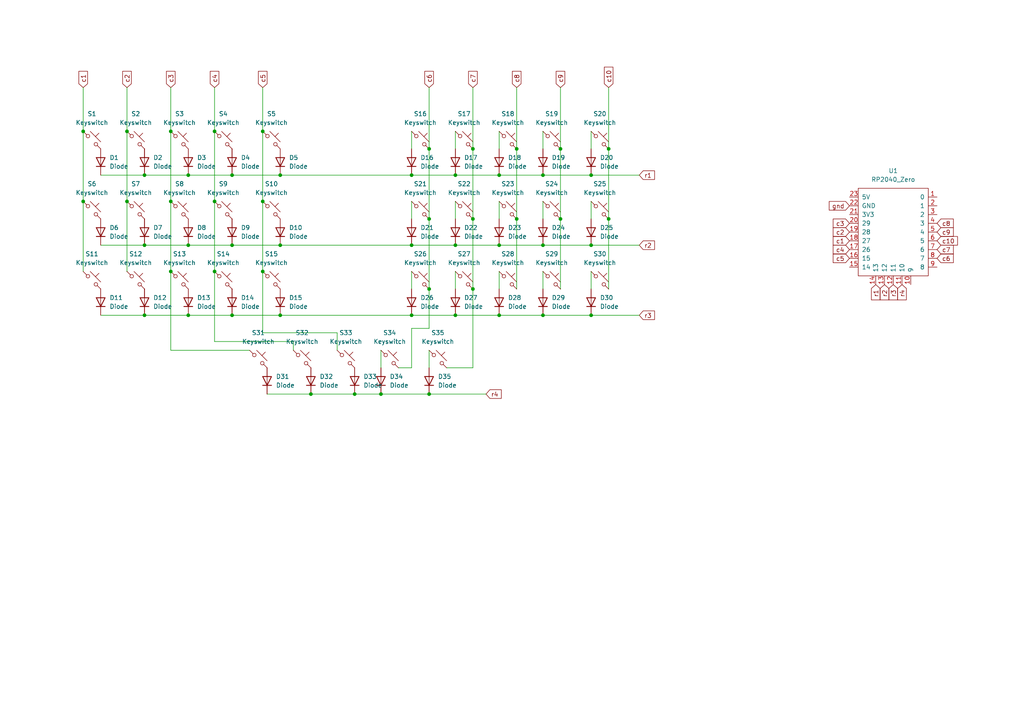
<source format=kicad_sch>
(kicad_sch (version 20230121) (generator eeschema)

  (uuid 06c90a0e-9473-4f75-bdea-c580e35d9ad0)

  (paper "A4")

  (lib_symbols
    (symbol "ScottoKeebs:MCU_RP2040_Zero" (pin_names (offset 1.016)) (in_bom yes) (on_board yes)
      (property "Reference" "U" (at 0 15.24 0)
        (effects (font (size 1.27 1.27)))
      )
      (property "Value" "RP2040_Zero" (at 0 12.7 0)
        (effects (font (size 1.27 1.27)))
      )
      (property "Footprint" "ScottoKeebs_MCU:RP2040_Zero" (at -8.89 5.08 0)
        (effects (font (size 1.27 1.27)) hide)
      )
      (property "Datasheet" "" (at -8.89 5.08 0)
        (effects (font (size 1.27 1.27)) hide)
      )
      (symbol "MCU_RP2040_Zero_0_1"
        (rectangle (start -10.16 11.43) (end 10.16 -13.97)
          (stroke (width 0) (type default))
          (fill (type none))
        )
      )
      (symbol "MCU_RP2040_Zero_1_1"
        (pin bidirectional line (at 12.7 8.89 180) (length 2.54)
          (name "0" (effects (font (size 1.27 1.27))))
          (number "1" (effects (font (size 1.27 1.27))))
        )
        (pin bidirectional line (at 5.08 -16.51 90) (length 2.54)
          (name "9" (effects (font (size 1.27 1.27))))
          (number "10" (effects (font (size 1.27 1.27))))
        )
        (pin bidirectional line (at 2.54 -16.51 90) (length 2.54)
          (name "10" (effects (font (size 1.27 1.27))))
          (number "11" (effects (font (size 1.27 1.27))))
        )
        (pin bidirectional line (at 0 -16.51 90) (length 2.54)
          (name "11" (effects (font (size 1.27 1.27))))
          (number "12" (effects (font (size 1.27 1.27))))
        )
        (pin bidirectional line (at -2.54 -16.51 90) (length 2.54)
          (name "12" (effects (font (size 1.27 1.27))))
          (number "13" (effects (font (size 1.27 1.27))))
        )
        (pin bidirectional line (at -5.08 -16.51 90) (length 2.54)
          (name "13" (effects (font (size 1.27 1.27))))
          (number "14" (effects (font (size 1.27 1.27))))
        )
        (pin bidirectional line (at -12.7 -11.43 0) (length 2.54)
          (name "14" (effects (font (size 1.27 1.27))))
          (number "15" (effects (font (size 1.27 1.27))))
        )
        (pin bidirectional line (at -12.7 -8.89 0) (length 2.54)
          (name "15" (effects (font (size 1.27 1.27))))
          (number "16" (effects (font (size 1.27 1.27))))
        )
        (pin bidirectional line (at -12.7 -6.35 0) (length 2.54)
          (name "26" (effects (font (size 1.27 1.27))))
          (number "17" (effects (font (size 1.27 1.27))))
        )
        (pin bidirectional line (at -12.7 -3.81 0) (length 2.54)
          (name "27" (effects (font (size 1.27 1.27))))
          (number "18" (effects (font (size 1.27 1.27))))
        )
        (pin bidirectional line (at -12.7 -1.27 0) (length 2.54)
          (name "28" (effects (font (size 1.27 1.27))))
          (number "19" (effects (font (size 1.27 1.27))))
        )
        (pin bidirectional line (at 12.7 6.35 180) (length 2.54)
          (name "1" (effects (font (size 1.27 1.27))))
          (number "2" (effects (font (size 1.27 1.27))))
        )
        (pin bidirectional line (at -12.7 1.27 0) (length 2.54)
          (name "29" (effects (font (size 1.27 1.27))))
          (number "20" (effects (font (size 1.27 1.27))))
        )
        (pin power_out line (at -12.7 3.81 0) (length 2.54)
          (name "3V3" (effects (font (size 1.27 1.27))))
          (number "21" (effects (font (size 1.27 1.27))))
        )
        (pin power_out line (at -12.7 6.35 0) (length 2.54)
          (name "GND" (effects (font (size 1.27 1.27))))
          (number "22" (effects (font (size 1.27 1.27))))
        )
        (pin power_out line (at -12.7 8.89 0) (length 2.54)
          (name "5V" (effects (font (size 1.27 1.27))))
          (number "23" (effects (font (size 1.27 1.27))))
        )
        (pin bidirectional line (at 12.7 3.81 180) (length 2.54)
          (name "2" (effects (font (size 1.27 1.27))))
          (number "3" (effects (font (size 1.27 1.27))))
        )
        (pin bidirectional line (at 12.7 1.27 180) (length 2.54)
          (name "3" (effects (font (size 1.27 1.27))))
          (number "4" (effects (font (size 1.27 1.27))))
        )
        (pin bidirectional line (at 12.7 -1.27 180) (length 2.54)
          (name "4" (effects (font (size 1.27 1.27))))
          (number "5" (effects (font (size 1.27 1.27))))
        )
        (pin bidirectional line (at 12.7 -3.81 180) (length 2.54)
          (name "5" (effects (font (size 1.27 1.27))))
          (number "6" (effects (font (size 1.27 1.27))))
        )
        (pin bidirectional line (at 12.7 -6.35 180) (length 2.54)
          (name "6" (effects (font (size 1.27 1.27))))
          (number "7" (effects (font (size 1.27 1.27))))
        )
        (pin bidirectional line (at 12.7 -8.89 180) (length 2.54)
          (name "7" (effects (font (size 1.27 1.27))))
          (number "8" (effects (font (size 1.27 1.27))))
        )
        (pin bidirectional line (at 12.7 -11.43 180) (length 2.54)
          (name "8" (effects (font (size 1.27 1.27))))
          (number "9" (effects (font (size 1.27 1.27))))
        )
      )
    )
    (symbol "ScottoKeebs:Placeholder_Diode" (pin_numbers hide) (pin_names hide) (in_bom yes) (on_board yes)
      (property "Reference" "D" (at 0 2.54 0)
        (effects (font (size 1.27 1.27)))
      )
      (property "Value" "Diode" (at 0 -2.54 0)
        (effects (font (size 1.27 1.27)))
      )
      (property "Footprint" "" (at 0 0 0)
        (effects (font (size 1.27 1.27)) hide)
      )
      (property "Datasheet" "" (at 0 0 0)
        (effects (font (size 1.27 1.27)) hide)
      )
      (property "Sim.Device" "D" (at 0 0 0)
        (effects (font (size 1.27 1.27)) hide)
      )
      (property "Sim.Pins" "1=K 2=A" (at 0 0 0)
        (effects (font (size 1.27 1.27)) hide)
      )
      (property "ki_keywords" "diode" (at 0 0 0)
        (effects (font (size 1.27 1.27)) hide)
      )
      (property "ki_description" "1N4148 (DO-35) or 1N4148W (SOD-123)" (at 0 0 0)
        (effects (font (size 1.27 1.27)) hide)
      )
      (property "ki_fp_filters" "D*DO?35*" (at 0 0 0)
        (effects (font (size 1.27 1.27)) hide)
      )
      (symbol "Placeholder_Diode_0_1"
        (polyline
          (pts
            (xy -1.27 1.27)
            (xy -1.27 -1.27)
          )
          (stroke (width 0.254) (type default))
          (fill (type none))
        )
        (polyline
          (pts
            (xy 1.27 0)
            (xy -1.27 0)
          )
          (stroke (width 0) (type default))
          (fill (type none))
        )
        (polyline
          (pts
            (xy 1.27 1.27)
            (xy 1.27 -1.27)
            (xy -1.27 0)
            (xy 1.27 1.27)
          )
          (stroke (width 0.254) (type default))
          (fill (type none))
        )
      )
      (symbol "Placeholder_Diode_1_1"
        (pin passive line (at -3.81 0 0) (length 2.54)
          (name "K" (effects (font (size 1.27 1.27))))
          (number "1" (effects (font (size 1.27 1.27))))
        )
        (pin passive line (at 3.81 0 180) (length 2.54)
          (name "A" (effects (font (size 1.27 1.27))))
          (number "2" (effects (font (size 1.27 1.27))))
        )
      )
    )
    (symbol "ScottoKeebs:Placeholder_Keyswitch" (pin_numbers hide) (pin_names (offset 1.016) hide) (in_bom yes) (on_board yes)
      (property "Reference" "S" (at 3.048 1.016 0)
        (effects (font (size 1.27 1.27)) (justify left))
      )
      (property "Value" "Keyswitch" (at 0 -3.81 0)
        (effects (font (size 1.27 1.27)))
      )
      (property "Footprint" "" (at 0 0 0)
        (effects (font (size 1.27 1.27)) hide)
      )
      (property "Datasheet" "~" (at 0 0 0)
        (effects (font (size 1.27 1.27)) hide)
      )
      (property "ki_keywords" "switch normally-open pushbutton push-button" (at 0 0 0)
        (effects (font (size 1.27 1.27)) hide)
      )
      (property "ki_description" "Push button switch, normally open, two pins, 45° tilted" (at 0 0 0)
        (effects (font (size 1.27 1.27)) hide)
      )
      (symbol "Placeholder_Keyswitch_0_1"
        (circle (center -1.1684 1.1684) (radius 0.508)
          (stroke (width 0) (type default))
          (fill (type none))
        )
        (polyline
          (pts
            (xy -0.508 2.54)
            (xy 2.54 -0.508)
          )
          (stroke (width 0) (type default))
          (fill (type none))
        )
        (polyline
          (pts
            (xy 1.016 1.016)
            (xy 2.032 2.032)
          )
          (stroke (width 0) (type default))
          (fill (type none))
        )
        (polyline
          (pts
            (xy -2.54 2.54)
            (xy -1.524 1.524)
            (xy -1.524 1.524)
          )
          (stroke (width 0) (type default))
          (fill (type none))
        )
        (polyline
          (pts
            (xy 1.524 -1.524)
            (xy 2.54 -2.54)
            (xy 2.54 -2.54)
            (xy 2.54 -2.54)
          )
          (stroke (width 0) (type default))
          (fill (type none))
        )
        (circle (center 1.143 -1.1938) (radius 0.508)
          (stroke (width 0) (type default))
          (fill (type none))
        )
        (pin passive line (at -2.54 2.54 0) (length 0)
          (name "1" (effects (font (size 1.27 1.27))))
          (number "1" (effects (font (size 1.27 1.27))))
        )
        (pin passive line (at 2.54 -2.54 180) (length 0)
          (name "2" (effects (font (size 1.27 1.27))))
          (number "2" (effects (font (size 1.27 1.27))))
        )
      )
    )
  )

  (junction (at 171.45 50.8) (diameter 0) (color 0 0 0 0)
    (uuid 0070717c-0b18-4dd7-96fc-ae3e6dd64d38)
  )
  (junction (at 62.23 78.74) (diameter 0) (color 0 0 0 0)
    (uuid 012dbe9a-8987-4764-8798-c749a65631f0)
  )
  (junction (at 54.61 50.8) (diameter 0) (color 0 0 0 0)
    (uuid 198db51b-3eaf-4d71-9ebb-51a029a9846f)
  )
  (junction (at 171.45 91.44) (diameter 0) (color 0 0 0 0)
    (uuid 19e95d70-b658-4b78-b08b-80b2b0d2e270)
  )
  (junction (at 132.08 91.44) (diameter 0) (color 0 0 0 0)
    (uuid 1c65ac77-7fd7-4000-9d2f-f03706b639bc)
  )
  (junction (at 157.48 71.12) (diameter 0) (color 0 0 0 0)
    (uuid 1d1fd33a-2bf8-4cf2-a62b-7bb5be5a0c42)
  )
  (junction (at 36.83 58.42) (diameter 0) (color 0 0 0 0)
    (uuid 1da4b6d1-ab10-40ea-8787-3f0d6b4d2717)
  )
  (junction (at 76.2 78.74) (diameter 0) (color 0 0 0 0)
    (uuid 1e3dc882-b5ef-49cc-a070-8ba4a74a0998)
  )
  (junction (at 67.31 71.12) (diameter 0) (color 0 0 0 0)
    (uuid 232401bd-bb3d-4aa9-b352-6efb5e23a40f)
  )
  (junction (at 49.53 58.42) (diameter 0) (color 0 0 0 0)
    (uuid 24f1bb31-893f-44d0-a7bc-c815b6f44d46)
  )
  (junction (at 171.45 71.12) (diameter 0) (color 0 0 0 0)
    (uuid 270d5e6d-8a00-4af7-b139-de15d7a7c501)
  )
  (junction (at 76.2 58.42) (diameter 0) (color 0 0 0 0)
    (uuid 2c13ad10-21bb-47f6-8537-ec0a2f01cb91)
  )
  (junction (at 162.56 63.5) (diameter 0) (color 0 0 0 0)
    (uuid 3a88fb56-7834-4c92-aca8-1451d4f80dac)
  )
  (junction (at 81.28 91.44) (diameter 0) (color 0 0 0 0)
    (uuid 3cd2ccc3-198b-4937-a353-da5786bf1918)
  )
  (junction (at 41.91 50.8) (diameter 0) (color 0 0 0 0)
    (uuid 4214aac1-7a49-426f-839e-9e226ba4df24)
  )
  (junction (at 157.48 50.8) (diameter 0) (color 0 0 0 0)
    (uuid 497f240f-647d-4c6e-b6e9-31c4066f6f4d)
  )
  (junction (at 67.31 91.44) (diameter 0) (color 0 0 0 0)
    (uuid 4adffad5-89f3-4637-bfa3-029a8c249d43)
  )
  (junction (at 137.16 83.82) (diameter 0) (color 0 0 0 0)
    (uuid 4cf5d347-fc92-43ab-9329-96054c2ee56f)
  )
  (junction (at 132.08 71.12) (diameter 0) (color 0 0 0 0)
    (uuid 514175ba-c485-408f-ab2d-a16a3bfbe5db)
  )
  (junction (at 144.78 71.12) (diameter 0) (color 0 0 0 0)
    (uuid 520da2bc-afb8-4b8e-915c-2f82bd463380)
  )
  (junction (at 124.46 43.18) (diameter 0) (color 0 0 0 0)
    (uuid 61959be4-60fd-4a32-8d3f-d4696754a089)
  )
  (junction (at 162.56 43.18) (diameter 0) (color 0 0 0 0)
    (uuid 61b396de-127a-49d8-90da-6de6717db833)
  )
  (junction (at 149.86 63.5) (diameter 0) (color 0 0 0 0)
    (uuid 626926de-a533-48cb-9bdc-92c75824c84b)
  )
  (junction (at 119.38 91.44) (diameter 0) (color 0 0 0 0)
    (uuid 642d61bc-7ce7-47e1-8264-959714e454a9)
  )
  (junction (at 81.28 50.8) (diameter 0) (color 0 0 0 0)
    (uuid 674e8913-f0fd-4934-a588-d24207da146c)
  )
  (junction (at 110.49 114.3) (diameter 0) (color 0 0 0 0)
    (uuid 674f061d-8cfb-4b37-bef8-252fd1258dac)
  )
  (junction (at 124.46 83.82) (diameter 0) (color 0 0 0 0)
    (uuid 6fc5c7c4-2370-453b-a71e-7840ef11de93)
  )
  (junction (at 144.78 50.8) (diameter 0) (color 0 0 0 0)
    (uuid 7e4e67bc-64ea-4dcd-a78c-1c514a9059f6)
  )
  (junction (at 124.46 114.3) (diameter 0) (color 0 0 0 0)
    (uuid 7ec390b8-c21a-4332-a9b4-877f6149d749)
  )
  (junction (at 54.61 71.12) (diameter 0) (color 0 0 0 0)
    (uuid 87a4b522-6bbd-4857-8901-4226b313adc1)
  )
  (junction (at 137.16 63.5) (diameter 0) (color 0 0 0 0)
    (uuid 8afd6e35-0749-4200-810f-7b87a8d670de)
  )
  (junction (at 24.13 38.1) (diameter 0) (color 0 0 0 0)
    (uuid 96d7a6b8-9cd6-492a-8600-d7c09d4140b8)
  )
  (junction (at 119.38 50.8) (diameter 0) (color 0 0 0 0)
    (uuid 9ff75fa7-3e6f-4e82-b254-7a7b3ee1ebdc)
  )
  (junction (at 76.2 38.1) (diameter 0) (color 0 0 0 0)
    (uuid a141db24-1d3a-490b-af63-bdf9bf2cec02)
  )
  (junction (at 67.31 50.8) (diameter 0) (color 0 0 0 0)
    (uuid a1614d14-408e-4133-bb0b-a1779b6ae381)
  )
  (junction (at 132.08 50.8) (diameter 0) (color 0 0 0 0)
    (uuid a9ab92a1-1f4c-47c4-8533-3f80b28ef3d3)
  )
  (junction (at 81.28 71.12) (diameter 0) (color 0 0 0 0)
    (uuid adaaf435-6b7d-45f4-924e-e46c745cfdea)
  )
  (junction (at 144.78 91.44) (diameter 0) (color 0 0 0 0)
    (uuid b66f2c94-14af-4716-bec1-3734ffa6b0e5)
  )
  (junction (at 36.83 38.1) (diameter 0) (color 0 0 0 0)
    (uuid b7807a71-d8c5-4a61-961f-424a600d0414)
  )
  (junction (at 41.91 91.44) (diameter 0) (color 0 0 0 0)
    (uuid b8c3bea3-6109-467e-8e2b-f74816fca88f)
  )
  (junction (at 102.87 114.3) (diameter 0) (color 0 0 0 0)
    (uuid be67fbda-128b-4713-80c4-abb329d7478f)
  )
  (junction (at 124.46 63.5) (diameter 0) (color 0 0 0 0)
    (uuid bfd0c0ce-08f7-48d7-a0fd-bd12269e97e7)
  )
  (junction (at 41.91 71.12) (diameter 0) (color 0 0 0 0)
    (uuid c1bfd85f-76c2-4bc0-accb-7289cc4e1a32)
  )
  (junction (at 149.86 43.18) (diameter 0) (color 0 0 0 0)
    (uuid c46bc6b5-23e3-4e53-aa5f-3927c1a4e6a9)
  )
  (junction (at 137.16 43.18) (diameter 0) (color 0 0 0 0)
    (uuid c962ebcd-1712-405a-83cf-010e1a9bf2af)
  )
  (junction (at 119.38 71.12) (diameter 0) (color 0 0 0 0)
    (uuid cbd6a2d3-56a5-4e12-8855-8c87d0d96036)
  )
  (junction (at 24.13 58.42) (diameter 0) (color 0 0 0 0)
    (uuid d22c636c-47c5-46cd-bfdc-6e9f0fbb80bf)
  )
  (junction (at 54.61 91.44) (diameter 0) (color 0 0 0 0)
    (uuid d23de404-fc7a-4357-88c5-45670c695ff4)
  )
  (junction (at 49.53 78.74) (diameter 0) (color 0 0 0 0)
    (uuid e499ece2-2ad5-4fa2-8094-b7919d3d3610)
  )
  (junction (at 62.23 38.1) (diameter 0) (color 0 0 0 0)
    (uuid e97012c4-59be-405e-abac-b4c9cc7e71f7)
  )
  (junction (at 90.17 114.3) (diameter 0) (color 0 0 0 0)
    (uuid edfba687-c467-4d55-8fcc-ee66428ac203)
  )
  (junction (at 176.53 63.5) (diameter 0) (color 0 0 0 0)
    (uuid f44f5b04-cedf-4267-a338-b8c71c2b3f05)
  )
  (junction (at 49.53 38.1) (diameter 0) (color 0 0 0 0)
    (uuid f46a81e4-67a5-49d4-8ecd-18d0ea6dd152)
  )
  (junction (at 157.48 91.44) (diameter 0) (color 0 0 0 0)
    (uuid f92f15ae-96de-4a9f-9b8c-6fbf245513d7)
  )
  (junction (at 176.53 43.18) (diameter 0) (color 0 0 0 0)
    (uuid fbddcd33-e740-4dff-a4d5-869130f255ef)
  )
  (junction (at 62.23 58.42) (diameter 0) (color 0 0 0 0)
    (uuid fdf760f2-4acb-4b7d-8cfc-8f49a71d00e0)
  )

  (wire (pts (xy 62.23 99.06) (xy 62.23 78.74))
    (stroke (width 0) (type default))
    (uuid 01991251-8877-4e10-b2a4-b5f2b7dca051)
  )
  (wire (pts (xy 29.21 71.12) (xy 41.91 71.12))
    (stroke (width 0) (type default))
    (uuid 02950786-a961-4753-bd57-7ae692da012b)
  )
  (wire (pts (xy 62.23 78.74) (xy 62.23 58.42))
    (stroke (width 0) (type default))
    (uuid 040b43e1-9f8f-45dc-92c4-d709d28b6603)
  )
  (wire (pts (xy 119.38 95.25) (xy 124.46 95.25))
    (stroke (width 0) (type default))
    (uuid 08b31953-6ae2-4831-8230-759f8eab6a87)
  )
  (wire (pts (xy 62.23 25.4) (xy 62.23 38.1))
    (stroke (width 0) (type default))
    (uuid 09c927a1-bbd2-4682-8bdc-e9eb72fcebb4)
  )
  (wire (pts (xy 119.38 91.44) (xy 132.08 91.44))
    (stroke (width 0) (type default))
    (uuid 09fe8b62-9dbc-4f12-a235-1fb3aef79848)
  )
  (wire (pts (xy 137.16 43.18) (xy 137.16 63.5))
    (stroke (width 0) (type default))
    (uuid 0a6ffd8d-27d0-4a77-a7f9-91f850a0ecaf)
  )
  (wire (pts (xy 85.09 101.6) (xy 85.09 99.06))
    (stroke (width 0) (type default))
    (uuid 0c088665-c406-4add-8cda-f59747b259f2)
  )
  (wire (pts (xy 124.46 43.18) (xy 124.46 25.4))
    (stroke (width 0) (type default))
    (uuid 0cfcc750-5ea5-42cb-a635-d19ab011a157)
  )
  (wire (pts (xy 157.48 71.12) (xy 171.45 71.12))
    (stroke (width 0) (type default))
    (uuid 0e63234a-c9ce-4f19-8b5b-c9e149b8d101)
  )
  (wire (pts (xy 144.78 38.1) (xy 144.78 43.18))
    (stroke (width 0) (type default))
    (uuid 10177ba1-765d-4405-b322-3f9880de4249)
  )
  (wire (pts (xy 124.46 63.5) (xy 124.46 83.82))
    (stroke (width 0) (type default))
    (uuid 10d27b1e-aa2e-4151-81d9-c15ea838eccf)
  )
  (wire (pts (xy 36.83 78.74) (xy 36.83 58.42))
    (stroke (width 0) (type default))
    (uuid 161e0165-44f3-4cad-a8c6-6351827129d9)
  )
  (wire (pts (xy 176.53 43.18) (xy 176.53 25.4))
    (stroke (width 0) (type default))
    (uuid 1a78c9b6-7464-463b-8990-ab8c45e1a438)
  )
  (wire (pts (xy 97.79 96.52) (xy 76.2 96.52))
    (stroke (width 0) (type default))
    (uuid 2df7c275-24ea-4c02-abc3-9be2cf7658ab)
  )
  (wire (pts (xy 137.16 63.5) (xy 137.16 83.82))
    (stroke (width 0) (type default))
    (uuid 33ae1f46-43df-4110-9bd2-ec0c4d9de39f)
  )
  (wire (pts (xy 137.16 83.82) (xy 137.16 106.68))
    (stroke (width 0) (type default))
    (uuid 354bcbe3-4c4d-4343-b83b-d49b090cd70a)
  )
  (wire (pts (xy 67.31 91.44) (xy 81.28 91.44))
    (stroke (width 0) (type default))
    (uuid 3684f9c9-b3c9-453a-961e-29f3613abf57)
  )
  (wire (pts (xy 41.91 91.44) (xy 54.61 91.44))
    (stroke (width 0) (type default))
    (uuid 370a4d5d-1768-493a-9b49-fc29d50d1541)
  )
  (wire (pts (xy 67.31 50.8) (xy 81.28 50.8))
    (stroke (width 0) (type default))
    (uuid 4b9a5015-cc4c-4e27-bb1b-3f868370eced)
  )
  (wire (pts (xy 62.23 58.42) (xy 62.23 38.1))
    (stroke (width 0) (type default))
    (uuid 4e58156c-19ea-4115-9a4d-fabf99d2aab6)
  )
  (wire (pts (xy 171.45 50.8) (xy 185.42 50.8))
    (stroke (width 0) (type default))
    (uuid 4efe7e2a-1846-4843-abce-418900c11393)
  )
  (wire (pts (xy 77.47 114.3) (xy 90.17 114.3))
    (stroke (width 0) (type default))
    (uuid 5264f1d4-2239-4155-b7ce-ff0445e08b65)
  )
  (wire (pts (xy 81.28 91.44) (xy 119.38 91.44))
    (stroke (width 0) (type default))
    (uuid 52beeee6-3c7a-43de-9c96-7bff251b8ebf)
  )
  (wire (pts (xy 171.45 38.1) (xy 171.45 43.18))
    (stroke (width 0) (type default))
    (uuid 52cfa97d-3149-4249-9545-76df44ac90f4)
  )
  (wire (pts (xy 176.53 63.5) (xy 176.53 83.82))
    (stroke (width 0) (type default))
    (uuid 624a5fa7-efe4-4b47-9de3-d2b352de8b6c)
  )
  (wire (pts (xy 144.78 91.44) (xy 157.48 91.44))
    (stroke (width 0) (type default))
    (uuid 6431b413-030f-4672-9110-1316a43dedcf)
  )
  (wire (pts (xy 157.48 78.74) (xy 157.48 83.82))
    (stroke (width 0) (type default))
    (uuid 6439c774-586b-44fe-90e5-68dc02f213e7)
  )
  (wire (pts (xy 132.08 71.12) (xy 144.78 71.12))
    (stroke (width 0) (type default))
    (uuid 6501f4a2-f566-4054-9947-bc2cdad4a5fb)
  )
  (wire (pts (xy 119.38 106.68) (xy 119.38 95.25))
    (stroke (width 0) (type default))
    (uuid 66d041b4-27eb-4e2a-8024-92819df97179)
  )
  (wire (pts (xy 76.2 58.42) (xy 76.2 38.1))
    (stroke (width 0) (type default))
    (uuid 675716f2-9072-49ca-ab89-a527f7152a15)
  )
  (wire (pts (xy 54.61 50.8) (xy 67.31 50.8))
    (stroke (width 0) (type default))
    (uuid 6767bea4-6be1-464a-b53c-980211d1838a)
  )
  (wire (pts (xy 81.28 50.8) (xy 119.38 50.8))
    (stroke (width 0) (type default))
    (uuid 68383912-77c1-41f9-be80-3c9a7abc2888)
  )
  (wire (pts (xy 171.45 58.42) (xy 171.45 63.5))
    (stroke (width 0) (type default))
    (uuid 6d984f50-0bea-4312-ac46-bb81c8a13164)
  )
  (wire (pts (xy 171.45 71.12) (xy 185.42 71.12))
    (stroke (width 0) (type default))
    (uuid 71537a44-f4bf-4345-b1bb-f5a20f814a51)
  )
  (wire (pts (xy 157.48 91.44) (xy 171.45 91.44))
    (stroke (width 0) (type default))
    (uuid 732635cf-9e2e-4b34-8762-d72a2aa1c45b)
  )
  (wire (pts (xy 157.48 58.42) (xy 157.48 63.5))
    (stroke (width 0) (type default))
    (uuid 736b26f3-2162-4fcf-a432-5102fcbb9835)
  )
  (wire (pts (xy 162.56 43.18) (xy 162.56 63.5))
    (stroke (width 0) (type default))
    (uuid 73e518cd-5248-42cb-a370-4f8937b80b56)
  )
  (wire (pts (xy 49.53 101.6) (xy 49.53 78.74))
    (stroke (width 0) (type default))
    (uuid 745cc228-0d05-411f-a89e-b6b44b2722fd)
  )
  (wire (pts (xy 171.45 78.74) (xy 171.45 83.82))
    (stroke (width 0) (type default))
    (uuid 7779d76b-ef43-4aa5-bedf-5d0fdd936561)
  )
  (wire (pts (xy 149.86 43.18) (xy 149.86 25.4))
    (stroke (width 0) (type default))
    (uuid 795ca247-efba-4f62-a375-6004ef45749a)
  )
  (wire (pts (xy 119.38 78.74) (xy 119.38 83.82))
    (stroke (width 0) (type default))
    (uuid 7a7925a6-aedf-463f-92b5-86195aeeaf36)
  )
  (wire (pts (xy 119.38 71.12) (xy 132.08 71.12))
    (stroke (width 0) (type default))
    (uuid 7b2a39ab-73bf-4653-bed0-112b80989ca6)
  )
  (wire (pts (xy 124.46 101.6) (xy 124.46 106.68))
    (stroke (width 0) (type default))
    (uuid 7b73eb7a-e12a-44ad-9f1f-7f64495d4e1c)
  )
  (wire (pts (xy 24.13 25.4) (xy 24.13 38.1))
    (stroke (width 0) (type default))
    (uuid 7b847b6c-1e31-4b38-a995-0d9c7b220555)
  )
  (wire (pts (xy 137.16 106.68) (xy 129.54 106.68))
    (stroke (width 0) (type default))
    (uuid 7f9615fa-18b9-4277-a8d8-b3dc6b4ce382)
  )
  (wire (pts (xy 119.38 58.42) (xy 119.38 63.5))
    (stroke (width 0) (type default))
    (uuid 8085357e-19f9-4889-83df-a6db13f3bbda)
  )
  (wire (pts (xy 81.28 71.12) (xy 119.38 71.12))
    (stroke (width 0) (type default))
    (uuid 8a19c251-e66a-4908-a953-a6aa8d9d0fa1)
  )
  (wire (pts (xy 110.49 114.3) (xy 124.46 114.3))
    (stroke (width 0) (type default))
    (uuid 8ab27ace-d950-403d-bc3a-2d26f55ce535)
  )
  (wire (pts (xy 36.83 25.4) (xy 36.83 38.1))
    (stroke (width 0) (type default))
    (uuid 90afb991-1578-430e-b14f-4f1f68829827)
  )
  (wire (pts (xy 49.53 78.74) (xy 49.53 58.42))
    (stroke (width 0) (type default))
    (uuid 92d9d5f3-c070-49f3-89be-c379cd25517a)
  )
  (wire (pts (xy 24.13 78.74) (xy 24.13 58.42))
    (stroke (width 0) (type default))
    (uuid 93a84ee6-5251-4cc6-93d2-1568c0c7d239)
  )
  (wire (pts (xy 72.39 101.6) (xy 49.53 101.6))
    (stroke (width 0) (type default))
    (uuid 9753e6eb-3531-4d6e-8edb-dd1306b47937)
  )
  (wire (pts (xy 41.91 71.12) (xy 54.61 71.12))
    (stroke (width 0) (type default))
    (uuid 9b7943cd-3c24-4050-9472-55745b1bbcc1)
  )
  (wire (pts (xy 124.46 114.3) (xy 140.97 114.3))
    (stroke (width 0) (type default))
    (uuid 9ee37b9a-500f-4e5e-a30f-48db59170c76)
  )
  (wire (pts (xy 29.21 50.8) (xy 41.91 50.8))
    (stroke (width 0) (type default))
    (uuid 9eef164b-8822-4c9a-9c66-3fa8563b5f53)
  )
  (wire (pts (xy 132.08 58.42) (xy 132.08 63.5))
    (stroke (width 0) (type default))
    (uuid a377ec96-ed4f-4596-a201-d707efd5e3aa)
  )
  (wire (pts (xy 144.78 71.12) (xy 157.48 71.12))
    (stroke (width 0) (type default))
    (uuid a3fdc236-bf72-4b1e-8325-e581451e1309)
  )
  (wire (pts (xy 90.17 114.3) (xy 102.87 114.3))
    (stroke (width 0) (type default))
    (uuid a626b468-2cee-42de-b7a4-163fa0c0e141)
  )
  (wire (pts (xy 24.13 58.42) (xy 24.13 38.1))
    (stroke (width 0) (type default))
    (uuid a81f5055-c6e3-45db-8375-3c78f92e01c5)
  )
  (wire (pts (xy 144.78 78.74) (xy 144.78 83.82))
    (stroke (width 0) (type default))
    (uuid a96994fd-3db3-4f10-b1f8-4d3870b467ef)
  )
  (wire (pts (xy 54.61 91.44) (xy 67.31 91.44))
    (stroke (width 0) (type default))
    (uuid aac46b3e-9728-4d6c-97ee-a4bb218c84ab)
  )
  (wire (pts (xy 124.46 95.25) (xy 124.46 83.82))
    (stroke (width 0) (type default))
    (uuid b56bb248-458d-4a1b-a6a5-ee5fee5af048)
  )
  (wire (pts (xy 144.78 50.8) (xy 157.48 50.8))
    (stroke (width 0) (type default))
    (uuid b8fdbe5b-3606-4f3e-ba49-dbf6c1de25b1)
  )
  (wire (pts (xy 76.2 78.74) (xy 76.2 58.42))
    (stroke (width 0) (type default))
    (uuid b9da58f8-5927-4e65-8f6f-92e4158a46f2)
  )
  (wire (pts (xy 54.61 71.12) (xy 67.31 71.12))
    (stroke (width 0) (type default))
    (uuid bc95e0f6-69b4-44d8-b0c4-d83edf440c11)
  )
  (wire (pts (xy 110.49 101.6) (xy 110.49 106.68))
    (stroke (width 0) (type default))
    (uuid c0d9d0c7-484b-4c51-b98b-1346620f2b2d)
  )
  (wire (pts (xy 137.16 25.4) (xy 137.16 43.18))
    (stroke (width 0) (type default))
    (uuid c38db55d-aa0f-4a87-a43f-d2f4e701a555)
  )
  (wire (pts (xy 157.48 50.8) (xy 171.45 50.8))
    (stroke (width 0) (type default))
    (uuid c73566e0-9a78-4019-ad76-ea40d253f4ca)
  )
  (wire (pts (xy 144.78 58.42) (xy 144.78 63.5))
    (stroke (width 0) (type default))
    (uuid c9c99cac-66bb-4c88-8edc-a34009367043)
  )
  (wire (pts (xy 76.2 25.4) (xy 76.2 38.1))
    (stroke (width 0) (type default))
    (uuid cace8690-e3ec-4455-b106-170db44302b3)
  )
  (wire (pts (xy 36.83 58.42) (xy 36.83 38.1))
    (stroke (width 0) (type default))
    (uuid cae65f40-e713-404e-9fcb-f1b756328064)
  )
  (wire (pts (xy 149.86 43.18) (xy 149.86 63.5))
    (stroke (width 0) (type default))
    (uuid d3201e55-4afe-4964-a4be-e0f447bac168)
  )
  (wire (pts (xy 49.53 58.42) (xy 49.53 38.1))
    (stroke (width 0) (type default))
    (uuid d37be710-0c0e-4ca3-ab29-8b532c6bd44e)
  )
  (wire (pts (xy 132.08 50.8) (xy 144.78 50.8))
    (stroke (width 0) (type default))
    (uuid d431a09d-0d43-48a3-b483-3efc8ce8665c)
  )
  (wire (pts (xy 162.56 43.18) (xy 162.56 25.4))
    (stroke (width 0) (type default))
    (uuid d4767313-0a81-4b09-b7eb-aed7448496b2)
  )
  (wire (pts (xy 119.38 50.8) (xy 132.08 50.8))
    (stroke (width 0) (type default))
    (uuid db209583-3013-4ce2-9721-e637de61e569)
  )
  (wire (pts (xy 149.86 63.5) (xy 149.86 83.82))
    (stroke (width 0) (type default))
    (uuid dbcd9d03-a045-4db1-bfbc-708244fa1aba)
  )
  (wire (pts (xy 132.08 78.74) (xy 132.08 83.82))
    (stroke (width 0) (type default))
    (uuid dc0c6d7f-17c6-4b30-abf7-5fda4ffae84f)
  )
  (wire (pts (xy 29.21 91.44) (xy 41.91 91.44))
    (stroke (width 0) (type default))
    (uuid e09aa41c-32bb-41ce-861b-608ef59a05e4)
  )
  (wire (pts (xy 67.31 71.12) (xy 81.28 71.12))
    (stroke (width 0) (type default))
    (uuid e3d13432-ce34-4210-9f1c-d47bfc5ebce8)
  )
  (wire (pts (xy 185.42 91.44) (xy 171.45 91.44))
    (stroke (width 0) (type default))
    (uuid e4aa07a7-faba-473f-9b25-d900a77e5240)
  )
  (wire (pts (xy 132.08 38.1) (xy 132.08 43.18))
    (stroke (width 0) (type default))
    (uuid e4c9c1cd-8bbb-48ad-8f38-f81908f996d3)
  )
  (wire (pts (xy 49.53 25.4) (xy 49.53 38.1))
    (stroke (width 0) (type default))
    (uuid e603c80d-a37a-4fb5-994e-703e66e1b19d)
  )
  (wire (pts (xy 119.38 38.1) (xy 119.38 43.18))
    (stroke (width 0) (type default))
    (uuid e79a49ff-3308-4d90-b2ea-7b351cda5785)
  )
  (wire (pts (xy 97.79 101.6) (xy 97.79 96.52))
    (stroke (width 0) (type default))
    (uuid e7e49ce3-0988-4997-9530-fe8c1d76cc20)
  )
  (wire (pts (xy 162.56 63.5) (xy 162.56 83.82))
    (stroke (width 0) (type default))
    (uuid eafd6036-8d0a-4a85-8fd5-9c00b1e9b443)
  )
  (wire (pts (xy 132.08 91.44) (xy 144.78 91.44))
    (stroke (width 0) (type default))
    (uuid f0c106dd-88a0-4458-b431-4c08527416c9)
  )
  (wire (pts (xy 102.87 114.3) (xy 110.49 114.3))
    (stroke (width 0) (type default))
    (uuid f12428fa-985e-43b8-9dc2-cfaad7ea5ba0)
  )
  (wire (pts (xy 85.09 99.06) (xy 62.23 99.06))
    (stroke (width 0) (type default))
    (uuid f4f17a60-5fd7-4f30-af51-2501f0ce295a)
  )
  (wire (pts (xy 157.48 38.1) (xy 157.48 43.18))
    (stroke (width 0) (type default))
    (uuid f744806d-bae0-4f16-8ae5-e914c18cfe7a)
  )
  (wire (pts (xy 115.57 106.68) (xy 119.38 106.68))
    (stroke (width 0) (type default))
    (uuid f7d75795-ed67-429b-89b5-43a652f33ddf)
  )
  (wire (pts (xy 41.91 50.8) (xy 54.61 50.8))
    (stroke (width 0) (type default))
    (uuid f82d0930-f093-44b0-85d5-9fa325f39505)
  )
  (wire (pts (xy 124.46 43.18) (xy 124.46 63.5))
    (stroke (width 0) (type default))
    (uuid fb3d2475-cd50-4836-bdc5-c19752adafcd)
  )
  (wire (pts (xy 176.53 43.18) (xy 176.53 63.5))
    (stroke (width 0) (type default))
    (uuid fb783507-fb31-46dc-a0ac-53b2424a8c94)
  )
  (wire (pts (xy 76.2 96.52) (xy 76.2 78.74))
    (stroke (width 0) (type default))
    (uuid ffc4103e-e375-4faa-b52c-b1af28d9f9e6)
  )

  (global_label "r3" (shape input) (at 259.08 82.55 270) (fields_autoplaced)
    (effects (font (size 1.27 1.27)) (justify right))
    (uuid 02965046-c9b0-427d-bb38-2419152a6fcc)
    (property "Intersheetrefs" "${INTERSHEET_REFS}" (at 259.08 87.5309 90)
      (effects (font (size 1.27 1.27)) (justify right) hide)
    )
  )
  (global_label "c4" (shape input) (at 62.23 25.4 90) (fields_autoplaced)
    (effects (font (size 1.27 1.27)) (justify left))
    (uuid 0f3cd7d6-814a-4354-9c23-45ea541053a0)
    (property "Intersheetrefs" "${INTERSHEET_REFS}" (at 62.23 20.1167 90)
      (effects (font (size 1.27 1.27)) (justify left) hide)
    )
  )
  (global_label "c8" (shape input) (at 271.78 64.77 0) (fields_autoplaced)
    (effects (font (size 1.27 1.27)) (justify left))
    (uuid 1329226e-68e6-47b3-9d6b-ef713434af48)
    (property "Intersheetrefs" "${INTERSHEET_REFS}" (at 277.0633 64.77 0)
      (effects (font (size 1.27 1.27)) (justify left) hide)
    )
  )
  (global_label "r1" (shape input) (at 185.42 50.8 0) (fields_autoplaced)
    (effects (font (size 1.27 1.27)) (justify left))
    (uuid 25a83ddf-e65b-446f-9495-ddb7894fd643)
    (property "Intersheetrefs" "${INTERSHEET_REFS}" (at 190.4009 50.8 0)
      (effects (font (size 1.27 1.27)) (justify left) hide)
    )
  )
  (global_label "c2" (shape input) (at 246.38 67.31 180) (fields_autoplaced)
    (effects (font (size 1.27 1.27)) (justify right))
    (uuid 260eb847-1205-4c33-a21c-1e4856d72d15)
    (property "Intersheetrefs" "${INTERSHEET_REFS}" (at 241.0967 67.31 0)
      (effects (font (size 1.27 1.27)) (justify right) hide)
    )
  )
  (global_label "c4" (shape input) (at 246.38 72.39 180) (fields_autoplaced)
    (effects (font (size 1.27 1.27)) (justify right))
    (uuid 29ca2c20-6b5e-4d6e-bca0-a36774f5b03e)
    (property "Intersheetrefs" "${INTERSHEET_REFS}" (at 241.0967 72.39 0)
      (effects (font (size 1.27 1.27)) (justify right) hide)
    )
  )
  (global_label "c2" (shape input) (at 36.83 25.4 90) (fields_autoplaced)
    (effects (font (size 1.27 1.27)) (justify left))
    (uuid 2dc72964-a746-45be-8534-2a9f25c85e7f)
    (property "Intersheetrefs" "${INTERSHEET_REFS}" (at 36.83 20.1167 90)
      (effects (font (size 1.27 1.27)) (justify left) hide)
    )
  )
  (global_label "c6" (shape input) (at 124.46 25.4 90) (fields_autoplaced)
    (effects (font (size 1.27 1.27)) (justify left))
    (uuid 2f5af83b-0e5d-4bb5-b9c6-9e21ad967b57)
    (property "Intersheetrefs" "${INTERSHEET_REFS}" (at 124.46 20.1167 90)
      (effects (font (size 1.27 1.27)) (justify left) hide)
    )
  )
  (global_label "r1" (shape input) (at 254 82.55 270) (fields_autoplaced)
    (effects (font (size 1.27 1.27)) (justify right))
    (uuid 32fda996-dc1c-43c2-a90e-1c776480e424)
    (property "Intersheetrefs" "${INTERSHEET_REFS}" (at 254 87.5309 90)
      (effects (font (size 1.27 1.27)) (justify right) hide)
    )
  )
  (global_label "c9" (shape input) (at 162.56 25.4 90) (fields_autoplaced)
    (effects (font (size 1.27 1.27)) (justify left))
    (uuid 3c154c39-d835-41c5-b3ca-038c47a26a97)
    (property "Intersheetrefs" "${INTERSHEET_REFS}" (at 162.56 20.1167 90)
      (effects (font (size 1.27 1.27)) (justify left) hide)
    )
  )
  (global_label "c3" (shape input) (at 49.53 25.4 90) (fields_autoplaced)
    (effects (font (size 1.27 1.27)) (justify left))
    (uuid 5e63689c-448f-4c65-9f82-577e7a2d746d)
    (property "Intersheetrefs" "${INTERSHEET_REFS}" (at 49.53 20.1167 90)
      (effects (font (size 1.27 1.27)) (justify left) hide)
    )
  )
  (global_label "c1" (shape input) (at 246.38 69.85 180) (fields_autoplaced)
    (effects (font (size 1.27 1.27)) (justify right))
    (uuid 67d31b20-5256-437a-9672-e7b4ccfd93dd)
    (property "Intersheetrefs" "${INTERSHEET_REFS}" (at 241.0967 69.85 0)
      (effects (font (size 1.27 1.27)) (justify right) hide)
    )
  )
  (global_label "c3" (shape input) (at 246.38 64.77 180) (fields_autoplaced)
    (effects (font (size 1.27 1.27)) (justify right))
    (uuid 6a391c28-e843-4442-801a-9322882c6bfb)
    (property "Intersheetrefs" "${INTERSHEET_REFS}" (at 241.0967 64.77 0)
      (effects (font (size 1.27 1.27)) (justify right) hide)
    )
  )
  (global_label "c8" (shape input) (at 149.86 25.4 90) (fields_autoplaced)
    (effects (font (size 1.27 1.27)) (justify left))
    (uuid 7ef1fe14-4060-4430-9ea9-57f3b3973e64)
    (property "Intersheetrefs" "${INTERSHEET_REFS}" (at 149.86 20.1167 90)
      (effects (font (size 1.27 1.27)) (justify left) hide)
    )
  )
  (global_label "gnd" (shape input) (at 246.38 59.69 180) (fields_autoplaced)
    (effects (font (size 1.27 1.27)) (justify right))
    (uuid 80411f79-daad-4bc8-9e35-32eb10720742)
    (property "Intersheetrefs" "${INTERSHEET_REFS}" (at 239.9478 59.69 0)
      (effects (font (size 1.27 1.27)) (justify right) hide)
    )
  )
  (global_label "c5" (shape input) (at 76.2 25.4 90) (fields_autoplaced)
    (effects (font (size 1.27 1.27)) (justify left))
    (uuid 87159c63-e2ae-446f-b089-a997e640fb19)
    (property "Intersheetrefs" "${INTERSHEET_REFS}" (at 76.2 20.1167 90)
      (effects (font (size 1.27 1.27)) (justify left) hide)
    )
  )
  (global_label "c10" (shape input) (at 176.53 25.4 90) (fields_autoplaced)
    (effects (font (size 1.27 1.27)) (justify left))
    (uuid 8c37e728-7766-4be4-8b5f-3c821763f90c)
    (property "Intersheetrefs" "${INTERSHEET_REFS}" (at 176.53 18.9072 90)
      (effects (font (size 1.27 1.27)) (justify left) hide)
    )
  )
  (global_label "r3" (shape input) (at 185.42 91.44 0) (fields_autoplaced)
    (effects (font (size 1.27 1.27)) (justify left))
    (uuid 8d613338-ecb5-4500-bad3-8f962bad1852)
    (property "Intersheetrefs" "${INTERSHEET_REFS}" (at 190.4009 91.44 0)
      (effects (font (size 1.27 1.27)) (justify left) hide)
    )
  )
  (global_label "c7" (shape input) (at 271.78 72.39 0) (fields_autoplaced)
    (effects (font (size 1.27 1.27)) (justify left))
    (uuid 91eb2cd4-2e05-4264-aad3-7d204c52e9c3)
    (property "Intersheetrefs" "${INTERSHEET_REFS}" (at 277.0633 72.39 0)
      (effects (font (size 1.27 1.27)) (justify left) hide)
    )
  )
  (global_label "r4" (shape input) (at 140.97 114.3 0) (fields_autoplaced)
    (effects (font (size 1.27 1.27)) (justify left))
    (uuid 9d4cb702-006b-49bf-8fef-7edb6f1dce36)
    (property "Intersheetrefs" "${INTERSHEET_REFS}" (at 145.9509 114.3 0)
      (effects (font (size 1.27 1.27)) (justify left) hide)
    )
  )
  (global_label "c10" (shape input) (at 271.78 69.85 0) (fields_autoplaced)
    (effects (font (size 1.27 1.27)) (justify left))
    (uuid b0118503-5d06-4e67-864e-a66670fd280a)
    (property "Intersheetrefs" "${INTERSHEET_REFS}" (at 278.2728 69.85 0)
      (effects (font (size 1.27 1.27)) (justify left) hide)
    )
  )
  (global_label "c7" (shape input) (at 137.16 25.4 90) (fields_autoplaced)
    (effects (font (size 1.27 1.27)) (justify left))
    (uuid b6ea410b-1744-47b9-afbf-ad9c186f7cdc)
    (property "Intersheetrefs" "${INTERSHEET_REFS}" (at 137.16 20.1167 90)
      (effects (font (size 1.27 1.27)) (justify left) hide)
    )
  )
  (global_label "c5" (shape input) (at 246.38 74.93 180) (fields_autoplaced)
    (effects (font (size 1.27 1.27)) (justify right))
    (uuid c728d368-28ab-4429-bcab-0f9586ca62a0)
    (property "Intersheetrefs" "${INTERSHEET_REFS}" (at 241.0967 74.93 0)
      (effects (font (size 1.27 1.27)) (justify right) hide)
    )
  )
  (global_label "c6" (shape input) (at 271.78 74.93 0) (fields_autoplaced)
    (effects (font (size 1.27 1.27)) (justify left))
    (uuid d99b2ae2-8214-4563-adf8-95e3497c610f)
    (property "Intersheetrefs" "${INTERSHEET_REFS}" (at 277.0633 74.93 0)
      (effects (font (size 1.27 1.27)) (justify left) hide)
    )
  )
  (global_label "r2" (shape input) (at 256.54 82.55 270) (fields_autoplaced)
    (effects (font (size 1.27 1.27)) (justify right))
    (uuid ddc2eeb6-659c-4d95-a212-58cc2e66d30a)
    (property "Intersheetrefs" "${INTERSHEET_REFS}" (at 256.54 87.5309 90)
      (effects (font (size 1.27 1.27)) (justify right) hide)
    )
  )
  (global_label "c9" (shape input) (at 271.78 67.31 0) (fields_autoplaced)
    (effects (font (size 1.27 1.27)) (justify left))
    (uuid ddc5e1dd-3f44-4893-b1a5-e74044d8051a)
    (property "Intersheetrefs" "${INTERSHEET_REFS}" (at 277.0633 67.31 0)
      (effects (font (size 1.27 1.27)) (justify left) hide)
    )
  )
  (global_label "r2" (shape input) (at 185.42 71.12 0) (fields_autoplaced)
    (effects (font (size 1.27 1.27)) (justify left))
    (uuid e87ff5bc-176d-4b46-bbf7-b7d0b5c7ead1)
    (property "Intersheetrefs" "${INTERSHEET_REFS}" (at 190.4009 71.12 0)
      (effects (font (size 1.27 1.27)) (justify left) hide)
    )
  )
  (global_label "c1" (shape input) (at 24.13 25.4 90) (fields_autoplaced)
    (effects (font (size 1.27 1.27)) (justify left))
    (uuid f1f41f99-b3fc-4a09-bf78-ac573e3aac60)
    (property "Intersheetrefs" "${INTERSHEET_REFS}" (at 24.13 20.1167 90)
      (effects (font (size 1.27 1.27)) (justify left) hide)
    )
  )
  (global_label "r4" (shape input) (at 261.62 82.55 270) (fields_autoplaced)
    (effects (font (size 1.27 1.27)) (justify right))
    (uuid f4427814-9639-46ec-95e9-8845ad14c831)
    (property "Intersheetrefs" "${INTERSHEET_REFS}" (at 261.62 87.5309 90)
      (effects (font (size 1.27 1.27)) (justify right) hide)
    )
  )

  (symbol (lib_id "ScottoKeebs:Placeholder_Keyswitch") (at 52.07 60.96 0) (unit 1)
    (in_bom yes) (on_board yes) (dnp no) (fields_autoplaced)
    (uuid 023c3151-b42a-4b06-b237-5ad87e2b863c)
    (property "Reference" "S8" (at 52.07 53.34 0)
      (effects (font (size 1.27 1.27)))
    )
    (property "Value" "Keyswitch" (at 52.07 55.88 0)
      (effects (font (size 1.27 1.27)))
    )
    (property "Footprint" "mxChocCombined:keyswitch_cherrymx_alps_choc12_1u" (at 52.07 60.96 0)
      (effects (font (size 1.27 1.27)) hide)
    )
    (property "Datasheet" "~" (at 52.07 60.96 0)
      (effects (font (size 1.27 1.27)) hide)
    )
    (pin "2" (uuid 61ecb66a-2b94-47be-9efb-6aef591f47fb))
    (pin "1" (uuid 15a0856b-d467-4a79-8e08-3e53a9058e0a))
    (instances
      (project "tokeyo"
        (path "/06c90a0e-9473-4f75-bdea-c580e35d9ad0"
          (reference "S8") (unit 1)
        )
      )
    )
  )

  (symbol (lib_id "ScottoKeebs:Placeholder_Keyswitch") (at 52.07 40.64 0) (unit 1)
    (in_bom yes) (on_board yes) (dnp no) (fields_autoplaced)
    (uuid 0ae9dcc3-edb7-4751-8a2d-3544488dea81)
    (property "Reference" "S3" (at 52.07 33.02 0)
      (effects (font (size 1.27 1.27)))
    )
    (property "Value" "Keyswitch" (at 52.07 35.56 0)
      (effects (font (size 1.27 1.27)))
    )
    (property "Footprint" "mxChocCombined:keyswitch_cherrymx_alps_choc12_1u" (at 52.07 40.64 0)
      (effects (font (size 1.27 1.27)) hide)
    )
    (property "Datasheet" "~" (at 52.07 40.64 0)
      (effects (font (size 1.27 1.27)) hide)
    )
    (pin "2" (uuid cffa8444-7b03-4d99-8a13-0236016a3a07))
    (pin "1" (uuid f03def62-e7b0-4e5e-bc9a-738c5dfbeea2))
    (instances
      (project "tokeyo"
        (path "/06c90a0e-9473-4f75-bdea-c580e35d9ad0"
          (reference "S3") (unit 1)
        )
      )
    )
  )

  (symbol (lib_id "ScottoKeebs:Placeholder_Keyswitch") (at 39.37 60.96 0) (unit 1)
    (in_bom yes) (on_board yes) (dnp no) (fields_autoplaced)
    (uuid 17eb7b62-16d6-44f0-b76e-1dcdd31e38e6)
    (property "Reference" "S7" (at 39.37 53.34 0)
      (effects (font (size 1.27 1.27)))
    )
    (property "Value" "Keyswitch" (at 39.37 55.88 0)
      (effects (font (size 1.27 1.27)))
    )
    (property "Footprint" "mxChocCombined:keyswitch_cherrymx_alps_choc12_1u" (at 39.37 60.96 0)
      (effects (font (size 1.27 1.27)) hide)
    )
    (property "Datasheet" "~" (at 39.37 60.96 0)
      (effects (font (size 1.27 1.27)) hide)
    )
    (pin "2" (uuid 4ea8cbe6-b4f9-437d-adca-3345e5f75f8d))
    (pin "1" (uuid 32acf173-4a27-43da-b6dc-d8c6d7ef5129))
    (instances
      (project "tokeyo"
        (path "/06c90a0e-9473-4f75-bdea-c580e35d9ad0"
          (reference "S7") (unit 1)
        )
      )
    )
  )

  (symbol (lib_id "ScottoKeebs:Placeholder_Keyswitch") (at 147.32 60.96 0) (unit 1)
    (in_bom yes) (on_board yes) (dnp no) (fields_autoplaced)
    (uuid 19d8c019-391e-4237-9519-8beff8060495)
    (property "Reference" "S23" (at 147.32 53.34 0)
      (effects (font (size 1.27 1.27)))
    )
    (property "Value" "Keyswitch" (at 147.32 55.88 0)
      (effects (font (size 1.27 1.27)))
    )
    (property "Footprint" "mxChocCombined:keyswitch_cherrymx_alps_choc12_1u" (at 147.32 60.96 0)
      (effects (font (size 1.27 1.27)) hide)
    )
    (property "Datasheet" "~" (at 147.32 60.96 0)
      (effects (font (size 1.27 1.27)) hide)
    )
    (pin "2" (uuid d1faa49b-2f5a-49a8-95cd-51139b8b5ec7))
    (pin "1" (uuid a97428a7-ad2a-4d61-a61e-65c7d6c392d5))
    (instances
      (project "tokeyo"
        (path "/06c90a0e-9473-4f75-bdea-c580e35d9ad0"
          (reference "S23") (unit 1)
        )
      )
    )
  )

  (symbol (lib_id "ScottoKeebs:Placeholder_Diode") (at 119.38 87.63 90) (unit 1)
    (in_bom yes) (on_board yes) (dnp no) (fields_autoplaced)
    (uuid 1b639436-c657-4eb0-bb7e-d2eab9a6d8d5)
    (property "Reference" "D26" (at 121.92 86.36 90)
      (effects (font (size 1.27 1.27)) (justify right))
    )
    (property "Value" "Diode" (at 121.92 88.9 90)
      (effects (font (size 1.27 1.27)) (justify right))
    )
    (property "Footprint" "ScottoKeebs_Components:Diode_DO-35" (at 119.38 87.63 0)
      (effects (font (size 1.27 1.27)) hide)
    )
    (property "Datasheet" "" (at 119.38 87.63 0)
      (effects (font (size 1.27 1.27)) hide)
    )
    (property "Sim.Device" "D" (at 119.38 87.63 0)
      (effects (font (size 1.27 1.27)) hide)
    )
    (property "Sim.Pins" "1=K 2=A" (at 119.38 87.63 0)
      (effects (font (size 1.27 1.27)) hide)
    )
    (pin "2" (uuid 6ed6a3b5-739e-4402-ad57-569e9c3c7d19))
    (pin "1" (uuid 4bd20faf-63bc-4c4a-a165-2b6f644b07bd))
    (instances
      (project "tokeyo"
        (path "/06c90a0e-9473-4f75-bdea-c580e35d9ad0"
          (reference "D26") (unit 1)
        )
      )
    )
  )

  (symbol (lib_id "ScottoKeebs:Placeholder_Keyswitch") (at 64.77 60.96 0) (unit 1)
    (in_bom yes) (on_board yes) (dnp no) (fields_autoplaced)
    (uuid 1f703ccf-99a5-4913-a54b-f1b2884b0bec)
    (property "Reference" "S9" (at 64.77 53.34 0)
      (effects (font (size 1.27 1.27)))
    )
    (property "Value" "Keyswitch" (at 64.77 55.88 0)
      (effects (font (size 1.27 1.27)))
    )
    (property "Footprint" "mxChocCombined:keyswitch_cherrymx_alps_choc12_1u" (at 64.77 60.96 0)
      (effects (font (size 1.27 1.27)) hide)
    )
    (property "Datasheet" "~" (at 64.77 60.96 0)
      (effects (font (size 1.27 1.27)) hide)
    )
    (pin "2" (uuid cae995f3-5b62-4e22-921a-eb02b06840c5))
    (pin "1" (uuid dfb03069-914d-4fda-a51c-7bd14c3b31db))
    (instances
      (project "tokeyo"
        (path "/06c90a0e-9473-4f75-bdea-c580e35d9ad0"
          (reference "S9") (unit 1)
        )
      )
    )
  )

  (symbol (lib_id "ScottoKeebs:Placeholder_Keyswitch") (at 173.99 40.64 0) (unit 1)
    (in_bom yes) (on_board yes) (dnp no) (fields_autoplaced)
    (uuid 2aab3c5a-9e56-4979-a404-4ee62ea76d63)
    (property "Reference" "S20" (at 173.99 33.02 0)
      (effects (font (size 1.27 1.27)))
    )
    (property "Value" "Keyswitch" (at 173.99 35.56 0)
      (effects (font (size 1.27 1.27)))
    )
    (property "Footprint" "mxChocCombined:keyswitch_cherrymx_alps_choc12_1u" (at 173.99 40.64 0)
      (effects (font (size 1.27 1.27)) hide)
    )
    (property "Datasheet" "~" (at 173.99 40.64 0)
      (effects (font (size 1.27 1.27)) hide)
    )
    (pin "2" (uuid 9dd98cfc-3044-4b8a-90a9-4c64cfebc184))
    (pin "1" (uuid 36bc0403-a4ef-4fe4-90f9-7fa1ca8d0fb4))
    (instances
      (project "tokeyo"
        (path "/06c90a0e-9473-4f75-bdea-c580e35d9ad0"
          (reference "S20") (unit 1)
        )
      )
    )
  )

  (symbol (lib_id "ScottoKeebs:Placeholder_Keyswitch") (at 173.99 81.28 0) (unit 1)
    (in_bom yes) (on_board yes) (dnp no) (fields_autoplaced)
    (uuid 2b0778a3-afcc-49b7-8aec-ef5777232af8)
    (property "Reference" "S30" (at 173.99 73.66 0)
      (effects (font (size 1.27 1.27)))
    )
    (property "Value" "Keyswitch" (at 173.99 76.2 0)
      (effects (font (size 1.27 1.27)))
    )
    (property "Footprint" "mxChocCombined:keyswitch_cherrymx_alps_choc12_1u" (at 173.99 81.28 0)
      (effects (font (size 1.27 1.27)) hide)
    )
    (property "Datasheet" "~" (at 173.99 81.28 0)
      (effects (font (size 1.27 1.27)) hide)
    )
    (pin "2" (uuid 3ec5fd3f-47f6-4266-b820-38352e17e045))
    (pin "1" (uuid 429662f4-6e75-49f5-989b-40b2f305ca47))
    (instances
      (project "tokeyo"
        (path "/06c90a0e-9473-4f75-bdea-c580e35d9ad0"
          (reference "S30") (unit 1)
        )
      )
    )
  )

  (symbol (lib_id "ScottoKeebs:Placeholder_Diode") (at 81.28 87.63 90) (unit 1)
    (in_bom yes) (on_board yes) (dnp no) (fields_autoplaced)
    (uuid 2bf6eb16-ea7e-4c81-8cba-6ae2c308067e)
    (property "Reference" "D15" (at 83.82 86.36 90)
      (effects (font (size 1.27 1.27)) (justify right))
    )
    (property "Value" "Diode" (at 83.82 88.9 90)
      (effects (font (size 1.27 1.27)) (justify right))
    )
    (property "Footprint" "ScottoKeebs_Components:Diode_DO-35" (at 81.28 87.63 0)
      (effects (font (size 1.27 1.27)) hide)
    )
    (property "Datasheet" "" (at 81.28 87.63 0)
      (effects (font (size 1.27 1.27)) hide)
    )
    (property "Sim.Device" "D" (at 81.28 87.63 0)
      (effects (font (size 1.27 1.27)) hide)
    )
    (property "Sim.Pins" "1=K 2=A" (at 81.28 87.63 0)
      (effects (font (size 1.27 1.27)) hide)
    )
    (pin "2" (uuid 65cc1a27-c331-418c-a78d-b75a3b5efdd3))
    (pin "1" (uuid bad78f5f-71d7-49bb-bdf5-d285cf3a73e2))
    (instances
      (project "tokeyo"
        (path "/06c90a0e-9473-4f75-bdea-c580e35d9ad0"
          (reference "D15") (unit 1)
        )
      )
    )
  )

  (symbol (lib_id "ScottoKeebs:Placeholder_Diode") (at 54.61 87.63 90) (unit 1)
    (in_bom yes) (on_board yes) (dnp no) (fields_autoplaced)
    (uuid 2c3fcbb2-9927-430f-b75d-40c85b96a866)
    (property "Reference" "D13" (at 57.15 86.36 90)
      (effects (font (size 1.27 1.27)) (justify right))
    )
    (property "Value" "Diode" (at 57.15 88.9 90)
      (effects (font (size 1.27 1.27)) (justify right))
    )
    (property "Footprint" "ScottoKeebs_Components:Diode_DO-35" (at 54.61 87.63 0)
      (effects (font (size 1.27 1.27)) hide)
    )
    (property "Datasheet" "" (at 54.61 87.63 0)
      (effects (font (size 1.27 1.27)) hide)
    )
    (property "Sim.Device" "D" (at 54.61 87.63 0)
      (effects (font (size 1.27 1.27)) hide)
    )
    (property "Sim.Pins" "1=K 2=A" (at 54.61 87.63 0)
      (effects (font (size 1.27 1.27)) hide)
    )
    (pin "2" (uuid 88997b03-ad77-41fb-ade9-8bec89a58d53))
    (pin "1" (uuid 33671307-8751-482e-8cc7-86321d62ceb7))
    (instances
      (project "tokeyo"
        (path "/06c90a0e-9473-4f75-bdea-c580e35d9ad0"
          (reference "D13") (unit 1)
        )
      )
    )
  )

  (symbol (lib_id "ScottoKeebs:Placeholder_Diode") (at 144.78 46.99 90) (unit 1)
    (in_bom yes) (on_board yes) (dnp no) (fields_autoplaced)
    (uuid 35401dc2-1800-4494-9b79-1da7ab45f5d6)
    (property "Reference" "D18" (at 147.32 45.72 90)
      (effects (font (size 1.27 1.27)) (justify right))
    )
    (property "Value" "Diode" (at 147.32 48.26 90)
      (effects (font (size 1.27 1.27)) (justify right))
    )
    (property "Footprint" "ScottoKeebs_Components:Diode_DO-35" (at 144.78 46.99 0)
      (effects (font (size 1.27 1.27)) hide)
    )
    (property "Datasheet" "" (at 144.78 46.99 0)
      (effects (font (size 1.27 1.27)) hide)
    )
    (property "Sim.Device" "D" (at 144.78 46.99 0)
      (effects (font (size 1.27 1.27)) hide)
    )
    (property "Sim.Pins" "1=K 2=A" (at 144.78 46.99 0)
      (effects (font (size 1.27 1.27)) hide)
    )
    (pin "2" (uuid f177d4d7-1233-49d9-b054-e80e96fa287f))
    (pin "1" (uuid 02990163-5ba5-4903-a12b-7a1387d05f8d))
    (instances
      (project "tokeyo"
        (path "/06c90a0e-9473-4f75-bdea-c580e35d9ad0"
          (reference "D18") (unit 1)
        )
      )
    )
  )

  (symbol (lib_id "ScottoKeebs:Placeholder_Diode") (at 132.08 67.31 90) (unit 1)
    (in_bom yes) (on_board yes) (dnp no) (fields_autoplaced)
    (uuid 35f8ba97-2f62-4c0a-ad06-dd4524b17d67)
    (property "Reference" "D22" (at 134.62 66.04 90)
      (effects (font (size 1.27 1.27)) (justify right))
    )
    (property "Value" "Diode" (at 134.62 68.58 90)
      (effects (font (size 1.27 1.27)) (justify right))
    )
    (property "Footprint" "ScottoKeebs_Components:Diode_DO-35" (at 132.08 67.31 0)
      (effects (font (size 1.27 1.27)) hide)
    )
    (property "Datasheet" "" (at 132.08 67.31 0)
      (effects (font (size 1.27 1.27)) hide)
    )
    (property "Sim.Device" "D" (at 132.08 67.31 0)
      (effects (font (size 1.27 1.27)) hide)
    )
    (property "Sim.Pins" "1=K 2=A" (at 132.08 67.31 0)
      (effects (font (size 1.27 1.27)) hide)
    )
    (pin "2" (uuid ecc46495-d8e7-42c2-b001-6ffb1ede72b8))
    (pin "1" (uuid e1594ffe-1373-455c-bc0b-ab111bed7c0d))
    (instances
      (project "tokeyo"
        (path "/06c90a0e-9473-4f75-bdea-c580e35d9ad0"
          (reference "D22") (unit 1)
        )
      )
    )
  )

  (symbol (lib_id "ScottoKeebs:Placeholder_Diode") (at 102.87 110.49 90) (unit 1)
    (in_bom yes) (on_board yes) (dnp no) (fields_autoplaced)
    (uuid 38aad9b6-3762-4b01-a0db-30d99f364347)
    (property "Reference" "D33" (at 105.41 109.22 90)
      (effects (font (size 1.27 1.27)) (justify right))
    )
    (property "Value" "Diode" (at 105.41 111.76 90)
      (effects (font (size 1.27 1.27)) (justify right))
    )
    (property "Footprint" "ScottoKeebs_Components:Diode_DO-35" (at 102.87 110.49 0)
      (effects (font (size 1.27 1.27)) hide)
    )
    (property "Datasheet" "" (at 102.87 110.49 0)
      (effects (font (size 1.27 1.27)) hide)
    )
    (property "Sim.Device" "D" (at 102.87 110.49 0)
      (effects (font (size 1.27 1.27)) hide)
    )
    (property "Sim.Pins" "1=K 2=A" (at 102.87 110.49 0)
      (effects (font (size 1.27 1.27)) hide)
    )
    (pin "2" (uuid 50a4b593-9764-4a3c-9a91-881c9e8f98de))
    (pin "1" (uuid 36e7eaab-b504-4e21-83a2-55157a20fa36))
    (instances
      (project "tokeyo"
        (path "/06c90a0e-9473-4f75-bdea-c580e35d9ad0"
          (reference "D33") (unit 1)
        )
      )
    )
  )

  (symbol (lib_id "ScottoKeebs:MCU_RP2040_Zero") (at 259.08 66.04 0) (unit 1)
    (in_bom yes) (on_board yes) (dnp no) (fields_autoplaced)
    (uuid 3a160e70-259f-46d5-8110-d0e93d2c5f01)
    (property "Reference" "U1" (at 259.08 49.53 0)
      (effects (font (size 1.27 1.27)))
    )
    (property "Value" "RP2040_Zero" (at 259.08 52.07 0)
      (effects (font (size 1.27 1.27)))
    )
    (property "Footprint" "ScottoKeebs_MCU:RP2040_Zero" (at 250.19 60.96 0)
      (effects (font (size 1.27 1.27)) hide)
    )
    (property "Datasheet" "" (at 250.19 60.96 0)
      (effects (font (size 1.27 1.27)) hide)
    )
    (pin "18" (uuid 008f402a-79d0-40b2-bf38-8ab702619d8e))
    (pin "3" (uuid 519234f3-ee85-4c81-96ec-da38cdbfa1f7))
    (pin "2" (uuid 848b4112-cccf-44cf-95b9-61cc874e8e5e))
    (pin "5" (uuid a2b2f029-abcb-4084-b447-2e99282d330e))
    (pin "8" (uuid 0c920dae-1f90-4fd9-923f-e15c3310bbbd))
    (pin "11" (uuid 7a0509e5-4207-484f-b73c-2339abbe942b))
    (pin "19" (uuid 869499af-aca7-42f0-8b00-735a91f95c90))
    (pin "20" (uuid 9a159691-fba4-4f2a-9a69-671d14503779))
    (pin "14" (uuid 884fb741-74c1-4e60-ad9e-8da2d2dcdbe9))
    (pin "15" (uuid 5fdfd842-c5fb-4f5c-90d4-5e529f259641))
    (pin "9" (uuid ad16e4a3-011b-47df-bc4e-430b3646572f))
    (pin "6" (uuid 80cd0119-c114-4a32-9204-7bb570f2f36a))
    (pin "17" (uuid ea38c88a-cbd6-499b-bb7b-ce631ab0af4b))
    (pin "12" (uuid e0aa16dd-0294-404f-9b07-e5e114c9dcbe))
    (pin "16" (uuid 4fc39882-e429-4751-bcf4-ae5de0b765f4))
    (pin "22" (uuid 0684cb0c-7cbd-473b-9c10-d025b12c3a0f))
    (pin "4" (uuid 6afd87be-2549-4040-88a8-63dd05a0a30c))
    (pin "7" (uuid 53b55dab-bc72-4fb4-9d85-0b5a82f35718))
    (pin "13" (uuid 50daaca5-e31a-40fe-af25-4d5025126e03))
    (pin "21" (uuid 51c1d020-d51f-4b2a-880b-8f6c43551c5c))
    (pin "1" (uuid d424cd18-3c81-4dd3-bb66-ac82049aa7a9))
    (pin "10" (uuid 46917c9a-d851-4666-b8a0-8c5a64fb2e0c))
    (pin "23" (uuid e2f6eec3-c37f-40ce-9580-3fd9a5c3ce50))
    (instances
      (project "tokeyo"
        (path "/06c90a0e-9473-4f75-bdea-c580e35d9ad0"
          (reference "U1") (unit 1)
        )
      )
    )
  )

  (symbol (lib_id "ScottoKeebs:Placeholder_Keyswitch") (at 78.74 81.28 0) (unit 1)
    (in_bom yes) (on_board yes) (dnp no) (fields_autoplaced)
    (uuid 4007cba5-b970-433b-a5e2-7107b4c76c80)
    (property "Reference" "S15" (at 78.74 73.66 0)
      (effects (font (size 1.27 1.27)))
    )
    (property "Value" "Keyswitch" (at 78.74 76.2 0)
      (effects (font (size 1.27 1.27)))
    )
    (property "Footprint" "mxChocCombined:keyswitch_cherrymx_alps_choc12_1u" (at 78.74 81.28 0)
      (effects (font (size 1.27 1.27)) hide)
    )
    (property "Datasheet" "~" (at 78.74 81.28 0)
      (effects (font (size 1.27 1.27)) hide)
    )
    (pin "2" (uuid 5abefe18-e5df-43d0-b4b5-013f694da52d))
    (pin "1" (uuid 5256d19f-e504-4d5c-a06f-718829e60f15))
    (instances
      (project "tokeyo"
        (path "/06c90a0e-9473-4f75-bdea-c580e35d9ad0"
          (reference "S15") (unit 1)
        )
      )
    )
  )

  (symbol (lib_id "ScottoKeebs:Placeholder_Keyswitch") (at 160.02 81.28 0) (unit 1)
    (in_bom yes) (on_board yes) (dnp no) (fields_autoplaced)
    (uuid 42efa7c0-9db4-4f98-aaf2-b65fe6793c5d)
    (property "Reference" "S29" (at 160.02 73.66 0)
      (effects (font (size 1.27 1.27)))
    )
    (property "Value" "Keyswitch" (at 160.02 76.2 0)
      (effects (font (size 1.27 1.27)))
    )
    (property "Footprint" "mxChocCombined:keyswitch_cherrymx_alps_choc12_1u" (at 160.02 81.28 0)
      (effects (font (size 1.27 1.27)) hide)
    )
    (property "Datasheet" "~" (at 160.02 81.28 0)
      (effects (font (size 1.27 1.27)) hide)
    )
    (pin "2" (uuid 12a9d101-81c5-4f12-a917-fe57870ff5f9))
    (pin "1" (uuid f393f61d-cce1-4706-b546-8eea88de1703))
    (instances
      (project "tokeyo"
        (path "/06c90a0e-9473-4f75-bdea-c580e35d9ad0"
          (reference "S29") (unit 1)
        )
      )
    )
  )

  (symbol (lib_id "ScottoKeebs:Placeholder_Diode") (at 124.46 110.49 90) (unit 1)
    (in_bom yes) (on_board yes) (dnp no) (fields_autoplaced)
    (uuid 45a0543b-1d97-4a46-b18b-3804e249e6df)
    (property "Reference" "D35" (at 127 109.22 90)
      (effects (font (size 1.27 1.27)) (justify right))
    )
    (property "Value" "Diode" (at 127 111.76 90)
      (effects (font (size 1.27 1.27)) (justify right))
    )
    (property "Footprint" "ScottoKeebs_Components:Diode_DO-35" (at 124.46 110.49 0)
      (effects (font (size 1.27 1.27)) hide)
    )
    (property "Datasheet" "" (at 124.46 110.49 0)
      (effects (font (size 1.27 1.27)) hide)
    )
    (property "Sim.Device" "D" (at 124.46 110.49 0)
      (effects (font (size 1.27 1.27)) hide)
    )
    (property "Sim.Pins" "1=K 2=A" (at 124.46 110.49 0)
      (effects (font (size 1.27 1.27)) hide)
    )
    (pin "2" (uuid 37ed33b0-4fab-470c-b02e-4a146335661f))
    (pin "1" (uuid 585c375a-2620-4b94-a07c-3082f3b815cd))
    (instances
      (project "tokeyo"
        (path "/06c90a0e-9473-4f75-bdea-c580e35d9ad0"
          (reference "D35") (unit 1)
        )
      )
    )
  )

  (symbol (lib_id "ScottoKeebs:Placeholder_Keyswitch") (at 74.93 104.14 0) (unit 1)
    (in_bom yes) (on_board yes) (dnp no) (fields_autoplaced)
    (uuid 47071924-1321-4ffd-877e-bb5aaaf27b02)
    (property "Reference" "S31" (at 74.93 96.52 0)
      (effects (font (size 1.27 1.27)))
    )
    (property "Value" "Keyswitch" (at 74.93 99.06 0)
      (effects (font (size 1.27 1.27)))
    )
    (property "Footprint" "mxChocCombined:keyswitch_cherrymx_alps_choc12_1u" (at 74.93 104.14 0)
      (effects (font (size 1.27 1.27)) hide)
    )
    (property "Datasheet" "~" (at 74.93 104.14 0)
      (effects (font (size 1.27 1.27)) hide)
    )
    (pin "2" (uuid 45b7f27d-a9d6-4f38-b1bc-3b472f109722))
    (pin "1" (uuid d3309469-cf28-4a80-ba09-414a70987982))
    (instances
      (project "tokeyo"
        (path "/06c90a0e-9473-4f75-bdea-c580e35d9ad0"
          (reference "S31") (unit 1)
        )
      )
    )
  )

  (symbol (lib_id "ScottoKeebs:Placeholder_Keyswitch") (at 39.37 40.64 0) (unit 1)
    (in_bom yes) (on_board yes) (dnp no) (fields_autoplaced)
    (uuid 47e5befd-4ea1-4682-9e77-81c5903bae8a)
    (property "Reference" "S2" (at 39.37 33.02 0)
      (effects (font (size 1.27 1.27)))
    )
    (property "Value" "Keyswitch" (at 39.37 35.56 0)
      (effects (font (size 1.27 1.27)))
    )
    (property "Footprint" "mxChocCombined:keyswitch_cherrymx_alps_choc12_1u" (at 39.37 40.64 0)
      (effects (font (size 1.27 1.27)) hide)
    )
    (property "Datasheet" "~" (at 39.37 40.64 0)
      (effects (font (size 1.27 1.27)) hide)
    )
    (pin "2" (uuid 24ec4d98-6064-4f74-aaab-68b89375f2e4))
    (pin "1" (uuid 2299bf4b-b89a-4f08-b81e-a6c000af0328))
    (instances
      (project "tokeyo"
        (path "/06c90a0e-9473-4f75-bdea-c580e35d9ad0"
          (reference "S2") (unit 1)
        )
      )
    )
  )

  (symbol (lib_id "ScottoKeebs:Placeholder_Diode") (at 144.78 87.63 90) (unit 1)
    (in_bom yes) (on_board yes) (dnp no) (fields_autoplaced)
    (uuid 4a067198-1a2e-4be8-bd41-9ffd7ceb19f6)
    (property "Reference" "D28" (at 147.32 86.36 90)
      (effects (font (size 1.27 1.27)) (justify right))
    )
    (property "Value" "Diode" (at 147.32 88.9 90)
      (effects (font (size 1.27 1.27)) (justify right))
    )
    (property "Footprint" "ScottoKeebs_Components:Diode_DO-35" (at 144.78 87.63 0)
      (effects (font (size 1.27 1.27)) hide)
    )
    (property "Datasheet" "" (at 144.78 87.63 0)
      (effects (font (size 1.27 1.27)) hide)
    )
    (property "Sim.Device" "D" (at 144.78 87.63 0)
      (effects (font (size 1.27 1.27)) hide)
    )
    (property "Sim.Pins" "1=K 2=A" (at 144.78 87.63 0)
      (effects (font (size 1.27 1.27)) hide)
    )
    (pin "2" (uuid ca481b7c-e679-4859-a31e-be59429b8473))
    (pin "1" (uuid 39ec69a6-1ff1-4437-bee4-f692f25b794b))
    (instances
      (project "tokeyo"
        (path "/06c90a0e-9473-4f75-bdea-c580e35d9ad0"
          (reference "D28") (unit 1)
        )
      )
    )
  )

  (symbol (lib_id "ScottoKeebs:Placeholder_Diode") (at 41.91 87.63 90) (unit 1)
    (in_bom yes) (on_board yes) (dnp no) (fields_autoplaced)
    (uuid 4cdcce15-550d-4de6-a266-946c574d9dd2)
    (property "Reference" "D12" (at 44.45 86.36 90)
      (effects (font (size 1.27 1.27)) (justify right))
    )
    (property "Value" "Diode" (at 44.45 88.9 90)
      (effects (font (size 1.27 1.27)) (justify right))
    )
    (property "Footprint" "ScottoKeebs_Components:Diode_DO-35" (at 41.91 87.63 0)
      (effects (font (size 1.27 1.27)) hide)
    )
    (property "Datasheet" "" (at 41.91 87.63 0)
      (effects (font (size 1.27 1.27)) hide)
    )
    (property "Sim.Device" "D" (at 41.91 87.63 0)
      (effects (font (size 1.27 1.27)) hide)
    )
    (property "Sim.Pins" "1=K 2=A" (at 41.91 87.63 0)
      (effects (font (size 1.27 1.27)) hide)
    )
    (pin "2" (uuid b6b4f86d-615e-493e-883e-541a4e04ab3d))
    (pin "1" (uuid 5da4bf1e-3ab4-4497-b982-2ceb100a2e1e))
    (instances
      (project "tokeyo"
        (path "/06c90a0e-9473-4f75-bdea-c580e35d9ad0"
          (reference "D12") (unit 1)
        )
      )
    )
  )

  (symbol (lib_id "ScottoKeebs:Placeholder_Keyswitch") (at 121.92 60.96 0) (unit 1)
    (in_bom yes) (on_board yes) (dnp no) (fields_autoplaced)
    (uuid 4f180066-e699-4953-930e-9fa2e906fa45)
    (property "Reference" "S21" (at 121.92 53.34 0)
      (effects (font (size 1.27 1.27)))
    )
    (property "Value" "Keyswitch" (at 121.92 55.88 0)
      (effects (font (size 1.27 1.27)))
    )
    (property "Footprint" "mxChocCombined:keyswitch_cherrymx_alps_choc12_1u" (at 121.92 60.96 0)
      (effects (font (size 1.27 1.27)) hide)
    )
    (property "Datasheet" "~" (at 121.92 60.96 0)
      (effects (font (size 1.27 1.27)) hide)
    )
    (pin "2" (uuid 60ae4881-6de0-410c-bee2-3d29df63826a))
    (pin "1" (uuid 1674718b-a8d3-412e-bfbc-50a401a67dac))
    (instances
      (project "tokeyo"
        (path "/06c90a0e-9473-4f75-bdea-c580e35d9ad0"
          (reference "S21") (unit 1)
        )
      )
    )
  )

  (symbol (lib_id "ScottoKeebs:Placeholder_Diode") (at 54.61 67.31 90) (unit 1)
    (in_bom yes) (on_board yes) (dnp no) (fields_autoplaced)
    (uuid 4f7dc2cc-4d7b-49f5-be3c-a20c9fbbebbf)
    (property "Reference" "D8" (at 57.15 66.04 90)
      (effects (font (size 1.27 1.27)) (justify right))
    )
    (property "Value" "Diode" (at 57.15 68.58 90)
      (effects (font (size 1.27 1.27)) (justify right))
    )
    (property "Footprint" "ScottoKeebs_Components:Diode_DO-35" (at 54.61 67.31 0)
      (effects (font (size 1.27 1.27)) hide)
    )
    (property "Datasheet" "" (at 54.61 67.31 0)
      (effects (font (size 1.27 1.27)) hide)
    )
    (property "Sim.Device" "D" (at 54.61 67.31 0)
      (effects (font (size 1.27 1.27)) hide)
    )
    (property "Sim.Pins" "1=K 2=A" (at 54.61 67.31 0)
      (effects (font (size 1.27 1.27)) hide)
    )
    (pin "2" (uuid 43619c8e-19b2-4e2a-abf9-84f88cbd734d))
    (pin "1" (uuid eb070929-8f9b-42fd-bd0b-3f137e165f76))
    (instances
      (project "tokeyo"
        (path "/06c90a0e-9473-4f75-bdea-c580e35d9ad0"
          (reference "D8") (unit 1)
        )
      )
    )
  )

  (symbol (lib_id "ScottoKeebs:Placeholder_Keyswitch") (at 134.62 40.64 0) (unit 1)
    (in_bom yes) (on_board yes) (dnp no) (fields_autoplaced)
    (uuid 58e1baa0-5247-40f2-8514-55713396541b)
    (property "Reference" "S17" (at 134.62 33.02 0)
      (effects (font (size 1.27 1.27)))
    )
    (property "Value" "Keyswitch" (at 134.62 35.56 0)
      (effects (font (size 1.27 1.27)))
    )
    (property "Footprint" "mxChocCombined:keyswitch_cherrymx_alps_choc12_1u" (at 134.62 40.64 0)
      (effects (font (size 1.27 1.27)) hide)
    )
    (property "Datasheet" "~" (at 134.62 40.64 0)
      (effects (font (size 1.27 1.27)) hide)
    )
    (pin "2" (uuid d9a64dba-7b3f-4c14-b4c3-aca0aeea4631))
    (pin "1" (uuid 9b652c61-fcf4-46c6-906a-5f2acd3472aa))
    (instances
      (project "tokeyo"
        (path "/06c90a0e-9473-4f75-bdea-c580e35d9ad0"
          (reference "S17") (unit 1)
        )
      )
    )
  )

  (symbol (lib_id "ScottoKeebs:Placeholder_Diode") (at 81.28 46.99 90) (unit 1)
    (in_bom yes) (on_board yes) (dnp no) (fields_autoplaced)
    (uuid 5f809944-73fe-46f1-adc6-8276cbde7009)
    (property "Reference" "D5" (at 83.82 45.72 90)
      (effects (font (size 1.27 1.27)) (justify right))
    )
    (property "Value" "Diode" (at 83.82 48.26 90)
      (effects (font (size 1.27 1.27)) (justify right))
    )
    (property "Footprint" "ScottoKeebs_Components:Diode_DO-35" (at 81.28 46.99 0)
      (effects (font (size 1.27 1.27)) hide)
    )
    (property "Datasheet" "" (at 81.28 46.99 0)
      (effects (font (size 1.27 1.27)) hide)
    )
    (property "Sim.Device" "D" (at 81.28 46.99 0)
      (effects (font (size 1.27 1.27)) hide)
    )
    (property "Sim.Pins" "1=K 2=A" (at 81.28 46.99 0)
      (effects (font (size 1.27 1.27)) hide)
    )
    (pin "2" (uuid eef4babc-3a2b-4926-b381-5b2de0f15990))
    (pin "1" (uuid baae3383-e4b1-4810-ab03-bc70aefe64f5))
    (instances
      (project "tokeyo"
        (path "/06c90a0e-9473-4f75-bdea-c580e35d9ad0"
          (reference "D5") (unit 1)
        )
      )
    )
  )

  (symbol (lib_id "ScottoKeebs:Placeholder_Keyswitch") (at 26.67 60.96 0) (unit 1)
    (in_bom yes) (on_board yes) (dnp no) (fields_autoplaced)
    (uuid 6d8f71e7-fab0-480e-aa36-2b45c1ff9486)
    (property "Reference" "S6" (at 26.67 53.34 0)
      (effects (font (size 1.27 1.27)))
    )
    (property "Value" "Keyswitch" (at 26.67 55.88 0)
      (effects (font (size 1.27 1.27)))
    )
    (property "Footprint" "mxChocCombined:keyswitch_cherrymx_alps_choc12_1u" (at 26.67 60.96 0)
      (effects (font (size 1.27 1.27)) hide)
    )
    (property "Datasheet" "~" (at 26.67 60.96 0)
      (effects (font (size 1.27 1.27)) hide)
    )
    (pin "2" (uuid 029c4003-9821-4626-959f-83cd155a6568))
    (pin "1" (uuid 88aa0616-59d4-421d-bb1b-bf6b5747d863))
    (instances
      (project "tokeyo"
        (path "/06c90a0e-9473-4f75-bdea-c580e35d9ad0"
          (reference "S6") (unit 1)
        )
      )
    )
  )

  (symbol (lib_id "ScottoKeebs:Placeholder_Keyswitch") (at 121.92 81.28 0) (unit 1)
    (in_bom yes) (on_board yes) (dnp no) (fields_autoplaced)
    (uuid 6fbca549-1eb8-44fd-8fea-6c439d0253e6)
    (property "Reference" "S26" (at 121.92 73.66 0)
      (effects (font (size 1.27 1.27)))
    )
    (property "Value" "Keyswitch" (at 121.92 76.2 0)
      (effects (font (size 1.27 1.27)))
    )
    (property "Footprint" "mxChocCombined:keyswitch_cherrymx_alps_choc12_1u" (at 121.92 81.28 0)
      (effects (font (size 1.27 1.27)) hide)
    )
    (property "Datasheet" "~" (at 121.92 81.28 0)
      (effects (font (size 1.27 1.27)) hide)
    )
    (pin "2" (uuid 1808ef3e-a354-4774-a9aa-c95e77581029))
    (pin "1" (uuid b444c4ff-3567-4743-bd47-c8274c3f473b))
    (instances
      (project "tokeyo"
        (path "/06c90a0e-9473-4f75-bdea-c580e35d9ad0"
          (reference "S26") (unit 1)
        )
      )
    )
  )

  (symbol (lib_id "ScottoKeebs:Placeholder_Diode") (at 171.45 46.99 90) (unit 1)
    (in_bom yes) (on_board yes) (dnp no) (fields_autoplaced)
    (uuid 728682a3-3289-4f71-959e-8f34eedabeac)
    (property "Reference" "D20" (at 173.99 45.72 90)
      (effects (font (size 1.27 1.27)) (justify right))
    )
    (property "Value" "Diode" (at 173.99 48.26 90)
      (effects (font (size 1.27 1.27)) (justify right))
    )
    (property "Footprint" "ScottoKeebs_Components:Diode_DO-35" (at 171.45 46.99 0)
      (effects (font (size 1.27 1.27)) hide)
    )
    (property "Datasheet" "" (at 171.45 46.99 0)
      (effects (font (size 1.27 1.27)) hide)
    )
    (property "Sim.Device" "D" (at 171.45 46.99 0)
      (effects (font (size 1.27 1.27)) hide)
    )
    (property "Sim.Pins" "1=K 2=A" (at 171.45 46.99 0)
      (effects (font (size 1.27 1.27)) hide)
    )
    (pin "2" (uuid 6e56f101-6d7e-42db-80b6-d73e3b59cf50))
    (pin "1" (uuid e8790a20-37a4-46a2-b1b2-b299f55fb333))
    (instances
      (project "tokeyo"
        (path "/06c90a0e-9473-4f75-bdea-c580e35d9ad0"
          (reference "D20") (unit 1)
        )
      )
    )
  )

  (symbol (lib_id "ScottoKeebs:Placeholder_Keyswitch") (at 160.02 60.96 0) (unit 1)
    (in_bom yes) (on_board yes) (dnp no) (fields_autoplaced)
    (uuid 7292f863-52fa-480f-9a44-efd02c02b2de)
    (property "Reference" "S24" (at 160.02 53.34 0)
      (effects (font (size 1.27 1.27)))
    )
    (property "Value" "Keyswitch" (at 160.02 55.88 0)
      (effects (font (size 1.27 1.27)))
    )
    (property "Footprint" "mxChocCombined:keyswitch_cherrymx_alps_choc12_1u" (at 160.02 60.96 0)
      (effects (font (size 1.27 1.27)) hide)
    )
    (property "Datasheet" "~" (at 160.02 60.96 0)
      (effects (font (size 1.27 1.27)) hide)
    )
    (pin "2" (uuid d21048c9-27c1-434d-983c-1d7266ecbf0b))
    (pin "1" (uuid fedb6957-cf69-4a2a-ae87-eea5795c27b3))
    (instances
      (project "tokeyo"
        (path "/06c90a0e-9473-4f75-bdea-c580e35d9ad0"
          (reference "S24") (unit 1)
        )
      )
    )
  )

  (symbol (lib_id "ScottoKeebs:Placeholder_Diode") (at 171.45 67.31 90) (unit 1)
    (in_bom yes) (on_board yes) (dnp no) (fields_autoplaced)
    (uuid 78f80797-01da-4b65-8a27-1aa948457359)
    (property "Reference" "D25" (at 173.99 66.04 90)
      (effects (font (size 1.27 1.27)) (justify right))
    )
    (property "Value" "Diode" (at 173.99 68.58 90)
      (effects (font (size 1.27 1.27)) (justify right))
    )
    (property "Footprint" "ScottoKeebs_Components:Diode_DO-35" (at 171.45 67.31 0)
      (effects (font (size 1.27 1.27)) hide)
    )
    (property "Datasheet" "" (at 171.45 67.31 0)
      (effects (font (size 1.27 1.27)) hide)
    )
    (property "Sim.Device" "D" (at 171.45 67.31 0)
      (effects (font (size 1.27 1.27)) hide)
    )
    (property "Sim.Pins" "1=K 2=A" (at 171.45 67.31 0)
      (effects (font (size 1.27 1.27)) hide)
    )
    (pin "2" (uuid ddd39314-235b-4897-8fb6-3397692562f3))
    (pin "1" (uuid d58d13ae-9134-4bae-aefc-1d5c530feabf))
    (instances
      (project "tokeyo"
        (path "/06c90a0e-9473-4f75-bdea-c580e35d9ad0"
          (reference "D25") (unit 1)
        )
      )
    )
  )

  (symbol (lib_id "ScottoKeebs:Placeholder_Keyswitch") (at 147.32 81.28 0) (unit 1)
    (in_bom yes) (on_board yes) (dnp no) (fields_autoplaced)
    (uuid 82b6e12c-bb48-4971-acbe-4feb481d19df)
    (property "Reference" "S28" (at 147.32 73.66 0)
      (effects (font (size 1.27 1.27)))
    )
    (property "Value" "Keyswitch" (at 147.32 76.2 0)
      (effects (font (size 1.27 1.27)))
    )
    (property "Footprint" "mxChocCombined:keyswitch_cherrymx_alps_choc12_1u" (at 147.32 81.28 0)
      (effects (font (size 1.27 1.27)) hide)
    )
    (property "Datasheet" "~" (at 147.32 81.28 0)
      (effects (font (size 1.27 1.27)) hide)
    )
    (pin "2" (uuid 52fb95cf-9227-42ae-933a-e9ead59091aa))
    (pin "1" (uuid 9ccbc019-6d72-4d4d-9008-ea5b73780299))
    (instances
      (project "tokeyo"
        (path "/06c90a0e-9473-4f75-bdea-c580e35d9ad0"
          (reference "S28") (unit 1)
        )
      )
    )
  )

  (symbol (lib_id "ScottoKeebs:Placeholder_Diode") (at 29.21 46.99 90) (unit 1)
    (in_bom yes) (on_board yes) (dnp no) (fields_autoplaced)
    (uuid 85c4dd71-4033-472f-8f90-4fff98b71fb6)
    (property "Reference" "D1" (at 31.75 45.72 90)
      (effects (font (size 1.27 1.27)) (justify right))
    )
    (property "Value" "Diode" (at 31.75 48.26 90)
      (effects (font (size 1.27 1.27)) (justify right))
    )
    (property "Footprint" "ScottoKeebs_Components:Diode_DO-35" (at 29.21 46.99 0)
      (effects (font (size 1.27 1.27)) hide)
    )
    (property "Datasheet" "" (at 29.21 46.99 0)
      (effects (font (size 1.27 1.27)) hide)
    )
    (property "Sim.Device" "D" (at 29.21 46.99 0)
      (effects (font (size 1.27 1.27)) hide)
    )
    (property "Sim.Pins" "1=K 2=A" (at 29.21 46.99 0)
      (effects (font (size 1.27 1.27)) hide)
    )
    (pin "2" (uuid 8a321459-3fa0-43a6-8a0c-f8ae18c1d32e))
    (pin "1" (uuid f9fe7821-b1ee-4670-bd97-00814553c661))
    (instances
      (project "tokeyo"
        (path "/06c90a0e-9473-4f75-bdea-c580e35d9ad0"
          (reference "D1") (unit 1)
        )
      )
    )
  )

  (symbol (lib_id "ScottoKeebs:Placeholder_Keyswitch") (at 134.62 60.96 0) (unit 1)
    (in_bom yes) (on_board yes) (dnp no) (fields_autoplaced)
    (uuid 8bf2966f-cd56-41d1-a544-f2b7cc5a80d4)
    (property "Reference" "S22" (at 134.62 53.34 0)
      (effects (font (size 1.27 1.27)))
    )
    (property "Value" "Keyswitch" (at 134.62 55.88 0)
      (effects (font (size 1.27 1.27)))
    )
    (property "Footprint" "mxChocCombined:keyswitch_cherrymx_alps_choc12_1u" (at 134.62 60.96 0)
      (effects (font (size 1.27 1.27)) hide)
    )
    (property "Datasheet" "~" (at 134.62 60.96 0)
      (effects (font (size 1.27 1.27)) hide)
    )
    (pin "2" (uuid e9decfb2-1cf1-4e9c-bfc5-f9f890d4ebb4))
    (pin "1" (uuid e05be9c3-3dc7-457d-b914-4dd088546cae))
    (instances
      (project "tokeyo"
        (path "/06c90a0e-9473-4f75-bdea-c580e35d9ad0"
          (reference "S22") (unit 1)
        )
      )
    )
  )

  (symbol (lib_id "ScottoKeebs:Placeholder_Keyswitch") (at 160.02 40.64 0) (unit 1)
    (in_bom yes) (on_board yes) (dnp no) (fields_autoplaced)
    (uuid 8e4603f4-b527-44a6-9cc9-79b6e57fd7c4)
    (property "Reference" "S19" (at 160.02 33.02 0)
      (effects (font (size 1.27 1.27)))
    )
    (property "Value" "Keyswitch" (at 160.02 35.56 0)
      (effects (font (size 1.27 1.27)))
    )
    (property "Footprint" "mxChocCombined:keyswitch_cherrymx_alps_choc12_1u" (at 160.02 40.64 0)
      (effects (font (size 1.27 1.27)) hide)
    )
    (property "Datasheet" "~" (at 160.02 40.64 0)
      (effects (font (size 1.27 1.27)) hide)
    )
    (pin "2" (uuid bd444d2a-5ef2-4f3b-9e1a-71a3b195162d))
    (pin "1" (uuid 63d06e9e-0739-4895-8b81-da2654128c14))
    (instances
      (project "tokeyo"
        (path "/06c90a0e-9473-4f75-bdea-c580e35d9ad0"
          (reference "S19") (unit 1)
        )
      )
    )
  )

  (symbol (lib_id "ScottoKeebs:Placeholder_Diode") (at 119.38 67.31 90) (unit 1)
    (in_bom yes) (on_board yes) (dnp no) (fields_autoplaced)
    (uuid 9043d0a6-df93-4ea3-b44f-a6decba35389)
    (property "Reference" "D21" (at 121.92 66.04 90)
      (effects (font (size 1.27 1.27)) (justify right))
    )
    (property "Value" "Diode" (at 121.92 68.58 90)
      (effects (font (size 1.27 1.27)) (justify right))
    )
    (property "Footprint" "ScottoKeebs_Components:Diode_DO-35" (at 119.38 67.31 0)
      (effects (font (size 1.27 1.27)) hide)
    )
    (property "Datasheet" "" (at 119.38 67.31 0)
      (effects (font (size 1.27 1.27)) hide)
    )
    (property "Sim.Device" "D" (at 119.38 67.31 0)
      (effects (font (size 1.27 1.27)) hide)
    )
    (property "Sim.Pins" "1=K 2=A" (at 119.38 67.31 0)
      (effects (font (size 1.27 1.27)) hide)
    )
    (pin "2" (uuid 2b7c7295-7dce-484d-9f6d-91d1f8604da4))
    (pin "1" (uuid 06a01fdb-6edf-4405-9e9e-6a5304741d93))
    (instances
      (project "tokeyo"
        (path "/06c90a0e-9473-4f75-bdea-c580e35d9ad0"
          (reference "D21") (unit 1)
        )
      )
    )
  )

  (symbol (lib_id "ScottoKeebs:Placeholder_Diode") (at 132.08 87.63 90) (unit 1)
    (in_bom yes) (on_board yes) (dnp no) (fields_autoplaced)
    (uuid 920b6e7a-9e17-4ff5-8af6-d2effbac2112)
    (property "Reference" "D27" (at 134.62 86.36 90)
      (effects (font (size 1.27 1.27)) (justify right))
    )
    (property "Value" "Diode" (at 134.62 88.9 90)
      (effects (font (size 1.27 1.27)) (justify right))
    )
    (property "Footprint" "ScottoKeebs_Components:Diode_DO-35" (at 132.08 87.63 0)
      (effects (font (size 1.27 1.27)) hide)
    )
    (property "Datasheet" "" (at 132.08 87.63 0)
      (effects (font (size 1.27 1.27)) hide)
    )
    (property "Sim.Device" "D" (at 132.08 87.63 0)
      (effects (font (size 1.27 1.27)) hide)
    )
    (property "Sim.Pins" "1=K 2=A" (at 132.08 87.63 0)
      (effects (font (size 1.27 1.27)) hide)
    )
    (pin "2" (uuid e6526a9a-6d53-46eb-abbe-40a38d69653b))
    (pin "1" (uuid 7d662b51-162e-4e30-8428-d433bbf15b39))
    (instances
      (project "tokeyo"
        (path "/06c90a0e-9473-4f75-bdea-c580e35d9ad0"
          (reference "D27") (unit 1)
        )
      )
    )
  )

  (symbol (lib_id "ScottoKeebs:Placeholder_Keyswitch") (at 78.74 60.96 0) (unit 1)
    (in_bom yes) (on_board yes) (dnp no) (fields_autoplaced)
    (uuid 92caf8d9-f975-4c03-89e2-004be46dd4ad)
    (property "Reference" "S10" (at 78.74 53.34 0)
      (effects (font (size 1.27 1.27)))
    )
    (property "Value" "Keyswitch" (at 78.74 55.88 0)
      (effects (font (size 1.27 1.27)))
    )
    (property "Footprint" "mxChocCombined:keyswitch_cherrymx_alps_choc12_1u" (at 78.74 60.96 0)
      (effects (font (size 1.27 1.27)) hide)
    )
    (property "Datasheet" "~" (at 78.74 60.96 0)
      (effects (font (size 1.27 1.27)) hide)
    )
    (pin "2" (uuid 4d54ef2e-fc2e-4afa-925f-cf18c01fb2d8))
    (pin "1" (uuid b8b448ff-95f1-4c52-b322-a0c0576209fd))
    (instances
      (project "tokeyo"
        (path "/06c90a0e-9473-4f75-bdea-c580e35d9ad0"
          (reference "S10") (unit 1)
        )
      )
    )
  )

  (symbol (lib_id "ScottoKeebs:Placeholder_Keyswitch") (at 26.67 81.28 0) (unit 1)
    (in_bom yes) (on_board yes) (dnp no) (fields_autoplaced)
    (uuid 94896677-33cb-4b19-b961-a0fad28521f8)
    (property "Reference" "S11" (at 26.67 73.66 0)
      (effects (font (size 1.27 1.27)))
    )
    (property "Value" "Keyswitch" (at 26.67 76.2 0)
      (effects (font (size 1.27 1.27)))
    )
    (property "Footprint" "mxChocCombined:keyswitch_cherrymx_alps_choc12_1u" (at 26.67 81.28 0)
      (effects (font (size 1.27 1.27)) hide)
    )
    (property "Datasheet" "~" (at 26.67 81.28 0)
      (effects (font (size 1.27 1.27)) hide)
    )
    (pin "2" (uuid 93203cd8-51d6-41a3-9a05-9f6f04890141))
    (pin "1" (uuid 87b58bf5-b52d-4e26-9cb4-f95d626bf9fc))
    (instances
      (project "tokeyo"
        (path "/06c90a0e-9473-4f75-bdea-c580e35d9ad0"
          (reference "S11") (unit 1)
        )
      )
    )
  )

  (symbol (lib_id "ScottoKeebs:Placeholder_Keyswitch") (at 87.63 104.14 0) (unit 1)
    (in_bom yes) (on_board yes) (dnp no) (fields_autoplaced)
    (uuid 96aa84ef-f850-4f3f-8a7d-d0d96c89e4b9)
    (property "Reference" "S32" (at 87.63 96.52 0)
      (effects (font (size 1.27 1.27)))
    )
    (property "Value" "Keyswitch" (at 87.63 99.06 0)
      (effects (font (size 1.27 1.27)))
    )
    (property "Footprint" "mxChocCombined:keyswitch_cherrymx_alps_choc12_1u" (at 87.63 104.14 0)
      (effects (font (size 1.27 1.27)) hide)
    )
    (property "Datasheet" "~" (at 87.63 104.14 0)
      (effects (font (size 1.27 1.27)) hide)
    )
    (pin "2" (uuid 5801da5a-2fd3-45d3-b8d4-f7402657b601))
    (pin "1" (uuid b5752c98-4b09-404b-91f6-24d88d6bc912))
    (instances
      (project "tokeyo"
        (path "/06c90a0e-9473-4f75-bdea-c580e35d9ad0"
          (reference "S32") (unit 1)
        )
      )
    )
  )

  (symbol (lib_id "ScottoKeebs:Placeholder_Diode") (at 110.49 110.49 90) (unit 1)
    (in_bom yes) (on_board yes) (dnp no) (fields_autoplaced)
    (uuid a0293cf3-c1f3-4b18-abed-02006129caf6)
    (property "Reference" "D34" (at 113.03 109.22 90)
      (effects (font (size 1.27 1.27)) (justify right))
    )
    (property "Value" "Diode" (at 113.03 111.76 90)
      (effects (font (size 1.27 1.27)) (justify right))
    )
    (property "Footprint" "ScottoKeebs_Components:Diode_DO-35" (at 110.49 110.49 0)
      (effects (font (size 1.27 1.27)) hide)
    )
    (property "Datasheet" "" (at 110.49 110.49 0)
      (effects (font (size 1.27 1.27)) hide)
    )
    (property "Sim.Device" "D" (at 110.49 110.49 0)
      (effects (font (size 1.27 1.27)) hide)
    )
    (property "Sim.Pins" "1=K 2=A" (at 110.49 110.49 0)
      (effects (font (size 1.27 1.27)) hide)
    )
    (pin "2" (uuid 0242f36a-0ce6-4670-b8a6-13a013990031))
    (pin "1" (uuid 164a895e-db32-4f2e-ab75-cc0af5624819))
    (instances
      (project "tokeyo"
        (path "/06c90a0e-9473-4f75-bdea-c580e35d9ad0"
          (reference "D34") (unit 1)
        )
      )
    )
  )

  (symbol (lib_id "ScottoKeebs:Placeholder_Diode") (at 90.17 110.49 90) (unit 1)
    (in_bom yes) (on_board yes) (dnp no) (fields_autoplaced)
    (uuid a1d5d3a9-43dc-4dae-b73d-902759258d78)
    (property "Reference" "D32" (at 92.71 109.22 90)
      (effects (font (size 1.27 1.27)) (justify right))
    )
    (property "Value" "Diode" (at 92.71 111.76 90)
      (effects (font (size 1.27 1.27)) (justify right))
    )
    (property "Footprint" "ScottoKeebs_Components:Diode_DO-35" (at 90.17 110.49 0)
      (effects (font (size 1.27 1.27)) hide)
    )
    (property "Datasheet" "" (at 90.17 110.49 0)
      (effects (font (size 1.27 1.27)) hide)
    )
    (property "Sim.Device" "D" (at 90.17 110.49 0)
      (effects (font (size 1.27 1.27)) hide)
    )
    (property "Sim.Pins" "1=K 2=A" (at 90.17 110.49 0)
      (effects (font (size 1.27 1.27)) hide)
    )
    (pin "2" (uuid ae59b767-92d2-44b6-ab44-56ee9ba6fc5b))
    (pin "1" (uuid 8c1bd976-e00d-42c1-bae7-223818d2c585))
    (instances
      (project "tokeyo"
        (path "/06c90a0e-9473-4f75-bdea-c580e35d9ad0"
          (reference "D32") (unit 1)
        )
      )
    )
  )

  (symbol (lib_id "ScottoKeebs:Placeholder_Diode") (at 77.47 110.49 90) (unit 1)
    (in_bom yes) (on_board yes) (dnp no) (fields_autoplaced)
    (uuid a26ac7c6-f9c2-4b0b-b948-b8146e311bff)
    (property "Reference" "D31" (at 80.01 109.22 90)
      (effects (font (size 1.27 1.27)) (justify right))
    )
    (property "Value" "Diode" (at 80.01 111.76 90)
      (effects (font (size 1.27 1.27)) (justify right))
    )
    (property "Footprint" "ScottoKeebs_Components:Diode_DO-35" (at 77.47 110.49 0)
      (effects (font (size 1.27 1.27)) hide)
    )
    (property "Datasheet" "" (at 77.47 110.49 0)
      (effects (font (size 1.27 1.27)) hide)
    )
    (property "Sim.Device" "D" (at 77.47 110.49 0)
      (effects (font (size 1.27 1.27)) hide)
    )
    (property "Sim.Pins" "1=K 2=A" (at 77.47 110.49 0)
      (effects (font (size 1.27 1.27)) hide)
    )
    (pin "2" (uuid e8685891-f811-45ae-a14d-0ae358725ce2))
    (pin "1" (uuid 4a35ce96-44be-47e3-ac4c-7660056c6b64))
    (instances
      (project "tokeyo"
        (path "/06c90a0e-9473-4f75-bdea-c580e35d9ad0"
          (reference "D31") (unit 1)
        )
      )
    )
  )

  (symbol (lib_id "ScottoKeebs:Placeholder_Diode") (at 29.21 67.31 90) (unit 1)
    (in_bom yes) (on_board yes) (dnp no) (fields_autoplaced)
    (uuid a53b051b-bb6c-4327-88d6-4177f2fb9b61)
    (property "Reference" "D6" (at 31.75 66.04 90)
      (effects (font (size 1.27 1.27)) (justify right))
    )
    (property "Value" "Diode" (at 31.75 68.58 90)
      (effects (font (size 1.27 1.27)) (justify right))
    )
    (property "Footprint" "ScottoKeebs_Components:Diode_DO-35" (at 29.21 67.31 0)
      (effects (font (size 1.27 1.27)) hide)
    )
    (property "Datasheet" "" (at 29.21 67.31 0)
      (effects (font (size 1.27 1.27)) hide)
    )
    (property "Sim.Device" "D" (at 29.21 67.31 0)
      (effects (font (size 1.27 1.27)) hide)
    )
    (property "Sim.Pins" "1=K 2=A" (at 29.21 67.31 0)
      (effects (font (size 1.27 1.27)) hide)
    )
    (pin "2" (uuid 4ffd2b9b-1738-431a-90c3-5b317c7c4414))
    (pin "1" (uuid 4c7193f8-73cf-4122-a7f1-25615047408b))
    (instances
      (project "tokeyo"
        (path "/06c90a0e-9473-4f75-bdea-c580e35d9ad0"
          (reference "D6") (unit 1)
        )
      )
    )
  )

  (symbol (lib_id "ScottoKeebs:Placeholder_Diode") (at 54.61 46.99 90) (unit 1)
    (in_bom yes) (on_board yes) (dnp no) (fields_autoplaced)
    (uuid aa92f5a3-3336-4622-96f7-f0b64adc5b8a)
    (property "Reference" "D3" (at 57.15 45.72 90)
      (effects (font (size 1.27 1.27)) (justify right))
    )
    (property "Value" "Diode" (at 57.15 48.26 90)
      (effects (font (size 1.27 1.27)) (justify right))
    )
    (property "Footprint" "ScottoKeebs_Components:Diode_DO-35" (at 54.61 46.99 0)
      (effects (font (size 1.27 1.27)) hide)
    )
    (property "Datasheet" "" (at 54.61 46.99 0)
      (effects (font (size 1.27 1.27)) hide)
    )
    (property "Sim.Device" "D" (at 54.61 46.99 0)
      (effects (font (size 1.27 1.27)) hide)
    )
    (property "Sim.Pins" "1=K 2=A" (at 54.61 46.99 0)
      (effects (font (size 1.27 1.27)) hide)
    )
    (pin "2" (uuid ceeebd3d-841c-4e44-8d45-bec459d53074))
    (pin "1" (uuid 6de80ec6-ca75-4277-9a60-d136c5542a97))
    (instances
      (project "tokeyo"
        (path "/06c90a0e-9473-4f75-bdea-c580e35d9ad0"
          (reference "D3") (unit 1)
        )
      )
    )
  )

  (symbol (lib_id "ScottoKeebs:Placeholder_Keyswitch") (at 134.62 81.28 0) (unit 1)
    (in_bom yes) (on_board yes) (dnp no) (fields_autoplaced)
    (uuid af1219a2-6229-42d8-8323-6aff7d2823d8)
    (property "Reference" "S27" (at 134.62 73.66 0)
      (effects (font (size 1.27 1.27)))
    )
    (property "Value" "Keyswitch" (at 134.62 76.2 0)
      (effects (font (size 1.27 1.27)))
    )
    (property "Footprint" "mxChocCombined:keyswitch_cherrymx_alps_choc12_1u" (at 134.62 81.28 0)
      (effects (font (size 1.27 1.27)) hide)
    )
    (property "Datasheet" "~" (at 134.62 81.28 0)
      (effects (font (size 1.27 1.27)) hide)
    )
    (pin "2" (uuid d999444e-4708-4c65-a7d5-1d19fe732219))
    (pin "1" (uuid 1621ca61-f4ee-4f91-980c-642b56cd6d63))
    (instances
      (project "tokeyo"
        (path "/06c90a0e-9473-4f75-bdea-c580e35d9ad0"
          (reference "S27") (unit 1)
        )
      )
    )
  )

  (symbol (lib_id "ScottoKeebs:Placeholder_Keyswitch") (at 121.92 40.64 0) (unit 1)
    (in_bom yes) (on_board yes) (dnp no) (fields_autoplaced)
    (uuid b0380221-f035-4361-aad4-8f2a1be2ca28)
    (property "Reference" "S16" (at 121.92 33.02 0)
      (effects (font (size 1.27 1.27)))
    )
    (property "Value" "Keyswitch" (at 121.92 35.56 0)
      (effects (font (size 1.27 1.27)))
    )
    (property "Footprint" "mxChocCombined:keyswitch_cherrymx_alps_choc12_1u" (at 121.92 40.64 0)
      (effects (font (size 1.27 1.27)) hide)
    )
    (property "Datasheet" "~" (at 121.92 40.64 0)
      (effects (font (size 1.27 1.27)) hide)
    )
    (pin "2" (uuid ef691790-1888-4503-8f57-0540d63764a7))
    (pin "1" (uuid cfb7df34-d7c5-429c-9fea-2dd88104479d))
    (instances
      (project "tokeyo"
        (path "/06c90a0e-9473-4f75-bdea-c580e35d9ad0"
          (reference "S16") (unit 1)
        )
      )
    )
  )

  (symbol (lib_id "ScottoKeebs:Placeholder_Diode") (at 171.45 87.63 90) (unit 1)
    (in_bom yes) (on_board yes) (dnp no) (fields_autoplaced)
    (uuid b132b04a-ba4a-4774-8bc5-e288d85f45a2)
    (property "Reference" "D30" (at 173.99 86.36 90)
      (effects (font (size 1.27 1.27)) (justify right))
    )
    (property "Value" "Diode" (at 173.99 88.9 90)
      (effects (font (size 1.27 1.27)) (justify right))
    )
    (property "Footprint" "ScottoKeebs_Components:Diode_DO-35" (at 171.45 87.63 0)
      (effects (font (size 1.27 1.27)) hide)
    )
    (property "Datasheet" "" (at 171.45 87.63 0)
      (effects (font (size 1.27 1.27)) hide)
    )
    (property "Sim.Device" "D" (at 171.45 87.63 0)
      (effects (font (size 1.27 1.27)) hide)
    )
    (property "Sim.Pins" "1=K 2=A" (at 171.45 87.63 0)
      (effects (font (size 1.27 1.27)) hide)
    )
    (pin "2" (uuid eb3e09c0-bac3-421d-a9d8-c7e483df4e03))
    (pin "1" (uuid aa9f9e4b-f3fa-4e7e-97ce-e8d6a0f081f1))
    (instances
      (project "tokeyo"
        (path "/06c90a0e-9473-4f75-bdea-c580e35d9ad0"
          (reference "D30") (unit 1)
        )
      )
    )
  )

  (symbol (lib_id "ScottoKeebs:Placeholder_Keyswitch") (at 78.74 40.64 0) (unit 1)
    (in_bom yes) (on_board yes) (dnp no) (fields_autoplaced)
    (uuid b44ddade-614f-46f6-ab43-9e61b832134f)
    (property "Reference" "S5" (at 78.74 33.02 0)
      (effects (font (size 1.27 1.27)))
    )
    (property "Value" "Keyswitch" (at 78.74 35.56 0)
      (effects (font (size 1.27 1.27)))
    )
    (property "Footprint" "mxChocCombined:keyswitch_cherrymx_alps_choc12_1u" (at 78.74 40.64 0)
      (effects (font (size 1.27 1.27)) hide)
    )
    (property "Datasheet" "~" (at 78.74 40.64 0)
      (effects (font (size 1.27 1.27)) hide)
    )
    (pin "2" (uuid 8d8dab6b-68f3-4741-bcdc-2cfdc11898e3))
    (pin "1" (uuid 4d75c8b5-484d-46fa-b129-41cbed32e081))
    (instances
      (project "tokeyo"
        (path "/06c90a0e-9473-4f75-bdea-c580e35d9ad0"
          (reference "S5") (unit 1)
        )
      )
    )
  )

  (symbol (lib_id "ScottoKeebs:Placeholder_Diode") (at 119.38 46.99 90) (unit 1)
    (in_bom yes) (on_board yes) (dnp no) (fields_autoplaced)
    (uuid b7f8d902-308e-4567-bc71-03ce5158e05e)
    (property "Reference" "D16" (at 121.92 45.72 90)
      (effects (font (size 1.27 1.27)) (justify right))
    )
    (property "Value" "Diode" (at 121.92 48.26 90)
      (effects (font (size 1.27 1.27)) (justify right))
    )
    (property "Footprint" "ScottoKeebs_Components:Diode_DO-35" (at 119.38 46.99 0)
      (effects (font (size 1.27 1.27)) hide)
    )
    (property "Datasheet" "" (at 119.38 46.99 0)
      (effects (font (size 1.27 1.27)) hide)
    )
    (property "Sim.Device" "D" (at 119.38 46.99 0)
      (effects (font (size 1.27 1.27)) hide)
    )
    (property "Sim.Pins" "1=K 2=A" (at 119.38 46.99 0)
      (effects (font (size 1.27 1.27)) hide)
    )
    (pin "2" (uuid 3211df09-e8e7-4fad-92d7-649e77a40dc6))
    (pin "1" (uuid 5cd6f0e1-dd4a-4d79-b20e-b3ee759b8e2d))
    (instances
      (project "tokeyo"
        (path "/06c90a0e-9473-4f75-bdea-c580e35d9ad0"
          (reference "D16") (unit 1)
        )
      )
    )
  )

  (symbol (lib_id "ScottoKeebs:Placeholder_Diode") (at 157.48 46.99 90) (unit 1)
    (in_bom yes) (on_board yes) (dnp no) (fields_autoplaced)
    (uuid bae7d8e3-791c-4ec1-99e2-cb42f24daad0)
    (property "Reference" "D19" (at 160.02 45.72 90)
      (effects (font (size 1.27 1.27)) (justify right))
    )
    (property "Value" "Diode" (at 160.02 48.26 90)
      (effects (font (size 1.27 1.27)) (justify right))
    )
    (property "Footprint" "ScottoKeebs_Components:Diode_DO-35" (at 157.48 46.99 0)
      (effects (font (size 1.27 1.27)) hide)
    )
    (property "Datasheet" "" (at 157.48 46.99 0)
      (effects (font (size 1.27 1.27)) hide)
    )
    (property "Sim.Device" "D" (at 157.48 46.99 0)
      (effects (font (size 1.27 1.27)) hide)
    )
    (property "Sim.Pins" "1=K 2=A" (at 157.48 46.99 0)
      (effects (font (size 1.27 1.27)) hide)
    )
    (pin "2" (uuid fa6b4cdf-1bd1-4e5f-a4e2-91391bb20291))
    (pin "1" (uuid 0f41666b-d31a-4f0e-929a-ff7b6fead199))
    (instances
      (project "tokeyo"
        (path "/06c90a0e-9473-4f75-bdea-c580e35d9ad0"
          (reference "D19") (unit 1)
        )
      )
    )
  )

  (symbol (lib_id "ScottoKeebs:Placeholder_Diode") (at 67.31 67.31 90) (unit 1)
    (in_bom yes) (on_board yes) (dnp no) (fields_autoplaced)
    (uuid bbdee069-8881-4147-8f8b-abae304cdc9c)
    (property "Reference" "D9" (at 69.85 66.04 90)
      (effects (font (size 1.27 1.27)) (justify right))
    )
    (property "Value" "Diode" (at 69.85 68.58 90)
      (effects (font (size 1.27 1.27)) (justify right))
    )
    (property "Footprint" "ScottoKeebs_Components:Diode_DO-35" (at 67.31 67.31 0)
      (effects (font (size 1.27 1.27)) hide)
    )
    (property "Datasheet" "" (at 67.31 67.31 0)
      (effects (font (size 1.27 1.27)) hide)
    )
    (property "Sim.Device" "D" (at 67.31 67.31 0)
      (effects (font (size 1.27 1.27)) hide)
    )
    (property "Sim.Pins" "1=K 2=A" (at 67.31 67.31 0)
      (effects (font (size 1.27 1.27)) hide)
    )
    (pin "2" (uuid 40d9d162-da26-4e75-bfd6-0502a92613f2))
    (pin "1" (uuid 3bf4d50a-6231-49c7-b2d1-0415910800ef))
    (instances
      (project "tokeyo"
        (path "/06c90a0e-9473-4f75-bdea-c580e35d9ad0"
          (reference "D9") (unit 1)
        )
      )
    )
  )

  (symbol (lib_id "ScottoKeebs:Placeholder_Keyswitch") (at 26.67 40.64 0) (unit 1)
    (in_bom yes) (on_board yes) (dnp no) (fields_autoplaced)
    (uuid bdc56df1-c3f7-48a9-ae09-0bdc3ef82e5f)
    (property "Reference" "S1" (at 26.67 33.02 0)
      (effects (font (size 1.27 1.27)))
    )
    (property "Value" "Keyswitch" (at 26.67 35.56 0)
      (effects (font (size 1.27 1.27)))
    )
    (property "Footprint" "mxChocCombined:keyswitch_cherrymx_alps_choc12_1u" (at 26.67 40.64 0)
      (effects (font (size 1.27 1.27)) hide)
    )
    (property "Datasheet" "~" (at 26.67 40.64 0)
      (effects (font (size 1.27 1.27)) hide)
    )
    (pin "2" (uuid 08073c1a-ab7f-4a5f-b71d-d0df06509f00))
    (pin "1" (uuid 407a1b7a-d4c0-4298-bf40-7dc06964b598))
    (instances
      (project "tokeyo"
        (path "/06c90a0e-9473-4f75-bdea-c580e35d9ad0"
          (reference "S1") (unit 1)
        )
      )
    )
  )

  (symbol (lib_id "ScottoKeebs:Placeholder_Keyswitch") (at 64.77 40.64 0) (unit 1)
    (in_bom yes) (on_board yes) (dnp no) (fields_autoplaced)
    (uuid c14b13af-16de-492e-85d4-5c8007573438)
    (property "Reference" "S4" (at 64.77 33.02 0)
      (effects (font (size 1.27 1.27)))
    )
    (property "Value" "Keyswitch" (at 64.77 35.56 0)
      (effects (font (size 1.27 1.27)))
    )
    (property "Footprint" "mxChocCombined:keyswitch_cherrymx_alps_choc12_1u" (at 64.77 40.64 0)
      (effects (font (size 1.27 1.27)) hide)
    )
    (property "Datasheet" "~" (at 64.77 40.64 0)
      (effects (font (size 1.27 1.27)) hide)
    )
    (pin "2" (uuid 1a21f18b-bad6-43c8-b365-b3182bc3c070))
    (pin "1" (uuid 440b9581-3e3e-4f9a-9e7a-511274bf38eb))
    (instances
      (project "tokeyo"
        (path "/06c90a0e-9473-4f75-bdea-c580e35d9ad0"
          (reference "S4") (unit 1)
        )
      )
    )
  )

  (symbol (lib_id "ScottoKeebs:Placeholder_Diode") (at 81.28 67.31 90) (unit 1)
    (in_bom yes) (on_board yes) (dnp no) (fields_autoplaced)
    (uuid c2ae1434-2474-498b-8db0-c2440273200e)
    (property "Reference" "D10" (at 83.82 66.04 90)
      (effects (font (size 1.27 1.27)) (justify right))
    )
    (property "Value" "Diode" (at 83.82 68.58 90)
      (effects (font (size 1.27 1.27)) (justify right))
    )
    (property "Footprint" "ScottoKeebs_Components:Diode_DO-35" (at 81.28 67.31 0)
      (effects (font (size 1.27 1.27)) hide)
    )
    (property "Datasheet" "" (at 81.28 67.31 0)
      (effects (font (size 1.27 1.27)) hide)
    )
    (property "Sim.Device" "D" (at 81.28 67.31 0)
      (effects (font (size 1.27 1.27)) hide)
    )
    (property "Sim.Pins" "1=K 2=A" (at 81.28 67.31 0)
      (effects (font (size 1.27 1.27)) hide)
    )
    (pin "2" (uuid 84259cd5-6e04-45b6-b704-610d7484a838))
    (pin "1" (uuid ef0465ff-490f-4b50-b836-6d66ac9fb6e5))
    (instances
      (project "tokeyo"
        (path "/06c90a0e-9473-4f75-bdea-c580e35d9ad0"
          (reference "D10") (unit 1)
        )
      )
    )
  )

  (symbol (lib_id "ScottoKeebs:Placeholder_Diode") (at 144.78 67.31 90) (unit 1)
    (in_bom yes) (on_board yes) (dnp no) (fields_autoplaced)
    (uuid c54a1757-46b4-4df6-b28b-1596e7943fa3)
    (property "Reference" "D23" (at 147.32 66.04 90)
      (effects (font (size 1.27 1.27)) (justify right))
    )
    (property "Value" "Diode" (at 147.32 68.58 90)
      (effects (font (size 1.27 1.27)) (justify right))
    )
    (property "Footprint" "ScottoKeebs_Components:Diode_DO-35" (at 144.78 67.31 0)
      (effects (font (size 1.27 1.27)) hide)
    )
    (property "Datasheet" "" (at 144.78 67.31 0)
      (effects (font (size 1.27 1.27)) hide)
    )
    (property "Sim.Device" "D" (at 144.78 67.31 0)
      (effects (font (size 1.27 1.27)) hide)
    )
    (property "Sim.Pins" "1=K 2=A" (at 144.78 67.31 0)
      (effects (font (size 1.27 1.27)) hide)
    )
    (pin "2" (uuid c00b3864-4595-43aa-9a7b-a7061ec19eb8))
    (pin "1" (uuid 9acb5589-4801-4a08-8878-19cdf38da373))
    (instances
      (project "tokeyo"
        (path "/06c90a0e-9473-4f75-bdea-c580e35d9ad0"
          (reference "D23") (unit 1)
        )
      )
    )
  )

  (symbol (lib_id "ScottoKeebs:Placeholder_Keyswitch") (at 147.32 40.64 0) (unit 1)
    (in_bom yes) (on_board yes) (dnp no) (fields_autoplaced)
    (uuid c9a93dcc-2183-432d-8c60-05d0bb1f62ef)
    (property "Reference" "S18" (at 147.32 33.02 0)
      (effects (font (size 1.27 1.27)))
    )
    (property "Value" "Keyswitch" (at 147.32 35.56 0)
      (effects (font (size 1.27 1.27)))
    )
    (property "Footprint" "mxChocCombined:keyswitch_cherrymx_alps_choc12_1u" (at 147.32 40.64 0)
      (effects (font (size 1.27 1.27)) hide)
    )
    (property "Datasheet" "~" (at 147.32 40.64 0)
      (effects (font (size 1.27 1.27)) hide)
    )
    (pin "2" (uuid de0918fd-88cb-41df-a8f3-2a8c640ab11e))
    (pin "1" (uuid c6ebf75f-72d6-4be2-81b3-81db445bff87))
    (instances
      (project "tokeyo"
        (path "/06c90a0e-9473-4f75-bdea-c580e35d9ad0"
          (reference "S18") (unit 1)
        )
      )
    )
  )

  (symbol (lib_id "ScottoKeebs:Placeholder_Diode") (at 157.48 67.31 90) (unit 1)
    (in_bom yes) (on_board yes) (dnp no) (fields_autoplaced)
    (uuid cada441f-8000-4bee-9519-b834d5432c79)
    (property "Reference" "D24" (at 160.02 66.04 90)
      (effects (font (size 1.27 1.27)) (justify right))
    )
    (property "Value" "Diode" (at 160.02 68.58 90)
      (effects (font (size 1.27 1.27)) (justify right))
    )
    (property "Footprint" "ScottoKeebs_Components:Diode_DO-35" (at 157.48 67.31 0)
      (effects (font (size 1.27 1.27)) hide)
    )
    (property "Datasheet" "" (at 157.48 67.31 0)
      (effects (font (size 1.27 1.27)) hide)
    )
    (property "Sim.Device" "D" (at 157.48 67.31 0)
      (effects (font (size 1.27 1.27)) hide)
    )
    (property "Sim.Pins" "1=K 2=A" (at 157.48 67.31 0)
      (effects (font (size 1.27 1.27)) hide)
    )
    (pin "2" (uuid 3ec0fe71-ce60-4c14-b6bc-18416232ff6d))
    (pin "1" (uuid 94b6acac-3d52-4db3-a92a-e4533ab10d8d))
    (instances
      (project "tokeyo"
        (path "/06c90a0e-9473-4f75-bdea-c580e35d9ad0"
          (reference "D24") (unit 1)
        )
      )
    )
  )

  (symbol (lib_id "ScottoKeebs:Placeholder_Keyswitch") (at 39.37 81.28 0) (unit 1)
    (in_bom yes) (on_board yes) (dnp no) (fields_autoplaced)
    (uuid d671058c-5593-4be6-9653-b11f7ab47426)
    (property "Reference" "S12" (at 39.37 73.66 0)
      (effects (font (size 1.27 1.27)))
    )
    (property "Value" "Keyswitch" (at 39.37 76.2 0)
      (effects (font (size 1.27 1.27)))
    )
    (property "Footprint" "mxChocCombined:keyswitch_cherrymx_alps_choc12_1u" (at 39.37 81.28 0)
      (effects (font (size 1.27 1.27)) hide)
    )
    (property "Datasheet" "~" (at 39.37 81.28 0)
      (effects (font (size 1.27 1.27)) hide)
    )
    (pin "2" (uuid 91920656-6615-4ead-b312-52013d45a053))
    (pin "1" (uuid 715f8553-6b5e-4762-9ee4-0495570a7767))
    (instances
      (project "tokeyo"
        (path "/06c90a0e-9473-4f75-bdea-c580e35d9ad0"
          (reference "S12") (unit 1)
        )
      )
    )
  )

  (symbol (lib_id "ScottoKeebs:Placeholder_Keyswitch") (at 127 104.14 0) (unit 1)
    (in_bom yes) (on_board yes) (dnp no) (fields_autoplaced)
    (uuid d87662cb-8183-4e5e-877e-7ae167d5a369)
    (property "Reference" "S35" (at 127 96.52 0)
      (effects (font (size 1.27 1.27)))
    )
    (property "Value" "Keyswitch" (at 127 99.06 0)
      (effects (font (size 1.27 1.27)))
    )
    (property "Footprint" "mxChocCombined:keyswitch_cherrymx_alps_choc12_1u" (at 127 104.14 0)
      (effects (font (size 1.27 1.27)) hide)
    )
    (property "Datasheet" "~" (at 127 104.14 0)
      (effects (font (size 1.27 1.27)) hide)
    )
    (pin "2" (uuid 182e0bd6-57de-4244-a947-ab71eb3d0756))
    (pin "1" (uuid d83f9635-9ded-415d-818f-1ad678a0bb3d))
    (instances
      (project "tokeyo"
        (path "/06c90a0e-9473-4f75-bdea-c580e35d9ad0"
          (reference "S35") (unit 1)
        )
      )
    )
  )

  (symbol (lib_id "ScottoKeebs:Placeholder_Diode") (at 29.21 87.63 90) (unit 1)
    (in_bom yes) (on_board yes) (dnp no) (fields_autoplaced)
    (uuid da2fa717-1b6c-4863-8b7e-f0efdcab98a0)
    (property "Reference" "D11" (at 31.75 86.36 90)
      (effects (font (size 1.27 1.27)) (justify right))
    )
    (property "Value" "Diode" (at 31.75 88.9 90)
      (effects (font (size 1.27 1.27)) (justify right))
    )
    (property "Footprint" "ScottoKeebs_Components:Diode_DO-35" (at 29.21 87.63 0)
      (effects (font (size 1.27 1.27)) hide)
    )
    (property "Datasheet" "" (at 29.21 87.63 0)
      (effects (font (size 1.27 1.27)) hide)
    )
    (property "Sim.Device" "D" (at 29.21 87.63 0)
      (effects (font (size 1.27 1.27)) hide)
    )
    (property "Sim.Pins" "1=K 2=A" (at 29.21 87.63 0)
      (effects (font (size 1.27 1.27)) hide)
    )
    (pin "2" (uuid 57e4c911-ad89-422f-97ef-6a792b59a09a))
    (pin "1" (uuid c649375f-bd5c-46db-a03f-9beeeef1f04a))
    (instances
      (project "tokeyo"
        (path "/06c90a0e-9473-4f75-bdea-c580e35d9ad0"
          (reference "D11") (unit 1)
        )
      )
    )
  )

  (symbol (lib_id "ScottoKeebs:Placeholder_Diode") (at 41.91 67.31 90) (unit 1)
    (in_bom yes) (on_board yes) (dnp no) (fields_autoplaced)
    (uuid da7d5e45-6845-438e-9f85-c3ab1c3bc2cc)
    (property "Reference" "D7" (at 44.45 66.04 90)
      (effects (font (size 1.27 1.27)) (justify right))
    )
    (property "Value" "Diode" (at 44.45 68.58 90)
      (effects (font (size 1.27 1.27)) (justify right))
    )
    (property "Footprint" "ScottoKeebs_Components:Diode_DO-35" (at 41.91 67.31 0)
      (effects (font (size 1.27 1.27)) hide)
    )
    (property "Datasheet" "" (at 41.91 67.31 0)
      (effects (font (size 1.27 1.27)) hide)
    )
    (property "Sim.Device" "D" (at 41.91 67.31 0)
      (effects (font (size 1.27 1.27)) hide)
    )
    (property "Sim.Pins" "1=K 2=A" (at 41.91 67.31 0)
      (effects (font (size 1.27 1.27)) hide)
    )
    (pin "2" (uuid 87f2d79c-50ba-4c85-9461-eaeba791a077))
    (pin "1" (uuid 2ed8ff68-27a3-4ebf-b5da-3caf916781c6))
    (instances
      (project "tokeyo"
        (path "/06c90a0e-9473-4f75-bdea-c580e35d9ad0"
          (reference "D7") (unit 1)
        )
      )
    )
  )

  (symbol (lib_id "ScottoKeebs:Placeholder_Diode") (at 67.31 87.63 90) (unit 1)
    (in_bom yes) (on_board yes) (dnp no) (fields_autoplaced)
    (uuid da85e4b1-81ec-47d9-9d02-62135ce00b3b)
    (property "Reference" "D14" (at 69.85 86.36 90)
      (effects (font (size 1.27 1.27)) (justify right))
    )
    (property "Value" "Diode" (at 69.85 88.9 90)
      (effects (font (size 1.27 1.27)) (justify right))
    )
    (property "Footprint" "ScottoKeebs_Components:Diode_DO-35" (at 67.31 87.63 0)
      (effects (font (size 1.27 1.27)) hide)
    )
    (property "Datasheet" "" (at 67.31 87.63 0)
      (effects (font (size 1.27 1.27)) hide)
    )
    (property "Sim.Device" "D" (at 67.31 87.63 0)
      (effects (font (size 1.27 1.27)) hide)
    )
    (property "Sim.Pins" "1=K 2=A" (at 67.31 87.63 0)
      (effects (font (size 1.27 1.27)) hide)
    )
    (pin "2" (uuid 748fdd00-ff79-4d8a-8960-84f4a58c8c0d))
    (pin "1" (uuid c06c82ba-06aa-4aba-b75f-882be98c5b86))
    (instances
      (project "tokeyo"
        (path "/06c90a0e-9473-4f75-bdea-c580e35d9ad0"
          (reference "D14") (unit 1)
        )
      )
    )
  )

  (symbol (lib_id "ScottoKeebs:Placeholder_Keyswitch") (at 64.77 81.28 0) (unit 1)
    (in_bom yes) (on_board yes) (dnp no) (fields_autoplaced)
    (uuid dfc5563a-1aae-4f5d-b673-a1e24efe394d)
    (property "Reference" "S14" (at 64.77 73.66 0)
      (effects (font (size 1.27 1.27)))
    )
    (property "Value" "Keyswitch" (at 64.77 76.2 0)
      (effects (font (size 1.27 1.27)))
    )
    (property "Footprint" "mxChocCombined:keyswitch_cherrymx_alps_choc12_1u" (at 64.77 81.28 0)
      (effects (font (size 1.27 1.27)) hide)
    )
    (property "Datasheet" "~" (at 64.77 81.28 0)
      (effects (font (size 1.27 1.27)) hide)
    )
    (pin "2" (uuid 723c3e41-570d-4063-94e1-f83dd8bc45a3))
    (pin "1" (uuid f3bdea7e-b1a8-4cde-927f-6dc97188cdf3))
    (instances
      (project "tokeyo"
        (path "/06c90a0e-9473-4f75-bdea-c580e35d9ad0"
          (reference "S14") (unit 1)
        )
      )
    )
  )

  (symbol (lib_id "ScottoKeebs:Placeholder_Diode") (at 157.48 87.63 90) (unit 1)
    (in_bom yes) (on_board yes) (dnp no) (fields_autoplaced)
    (uuid dfe1a58d-0c49-4048-bf82-1d62bd396869)
    (property "Reference" "D29" (at 160.02 86.36 90)
      (effects (font (size 1.27 1.27)) (justify right))
    )
    (property "Value" "Diode" (at 160.02 88.9 90)
      (effects (font (size 1.27 1.27)) (justify right))
    )
    (property "Footprint" "ScottoKeebs_Components:Diode_DO-35" (at 157.48 87.63 0)
      (effects (font (size 1.27 1.27)) hide)
    )
    (property "Datasheet" "" (at 157.48 87.63 0)
      (effects (font (size 1.27 1.27)) hide)
    )
    (property "Sim.Device" "D" (at 157.48 87.63 0)
      (effects (font (size 1.27 1.27)) hide)
    )
    (property "Sim.Pins" "1=K 2=A" (at 157.48 87.63 0)
      (effects (font (size 1.27 1.27)) hide)
    )
    (pin "2" (uuid 7aea476b-d3d3-4a6b-bd75-ad041c3f66d1))
    (pin "1" (uuid 3c10b01b-960c-4bac-b470-54eee99c51eb))
    (instances
      (project "tokeyo"
        (path "/06c90a0e-9473-4f75-bdea-c580e35d9ad0"
          (reference "D29") (unit 1)
        )
      )
    )
  )

  (symbol (lib_id "ScottoKeebs:Placeholder_Diode") (at 67.31 46.99 90) (unit 1)
    (in_bom yes) (on_board yes) (dnp no) (fields_autoplaced)
    (uuid e04b2774-12b9-40cf-a292-105e0eee3dd9)
    (property "Reference" "D4" (at 69.85 45.72 90)
      (effects (font (size 1.27 1.27)) (justify right))
    )
    (property "Value" "Diode" (at 69.85 48.26 90)
      (effects (font (size 1.27 1.27)) (justify right))
    )
    (property "Footprint" "ScottoKeebs_Components:Diode_DO-35" (at 67.31 46.99 0)
      (effects (font (size 1.27 1.27)) hide)
    )
    (property "Datasheet" "" (at 67.31 46.99 0)
      (effects (font (size 1.27 1.27)) hide)
    )
    (property "Sim.Device" "D" (at 67.31 46.99 0)
      (effects (font (size 1.27 1.27)) hide)
    )
    (property "Sim.Pins" "1=K 2=A" (at 67.31 46.99 0)
      (effects (font (size 1.27 1.27)) hide)
    )
    (pin "2" (uuid edb25d34-9fc1-4682-b965-d564dc97dd65))
    (pin "1" (uuid 7cc3fb9c-94f5-48d6-abf7-c9e4335d9541))
    (instances
      (project "tokeyo"
        (path "/06c90a0e-9473-4f75-bdea-c580e35d9ad0"
          (reference "D4") (unit 1)
        )
      )
    )
  )

  (symbol (lib_id "ScottoKeebs:Placeholder_Diode") (at 132.08 46.99 90) (unit 1)
    (in_bom yes) (on_board yes) (dnp no) (fields_autoplaced)
    (uuid e31e5de4-dad4-4289-a27c-ab1243e115b6)
    (property "Reference" "D17" (at 134.62 45.72 90)
      (effects (font (size 1.27 1.27)) (justify right))
    )
    (property "Value" "Diode" (at 134.62 48.26 90)
      (effects (font (size 1.27 1.27)) (justify right))
    )
    (property "Footprint" "ScottoKeebs_Components:Diode_DO-35" (at 132.08 46.99 0)
      (effects (font (size 1.27 1.27)) hide)
    )
    (property "Datasheet" "" (at 132.08 46.99 0)
      (effects (font (size 1.27 1.27)) hide)
    )
    (property "Sim.Device" "D" (at 132.08 46.99 0)
      (effects (font (size 1.27 1.27)) hide)
    )
    (property "Sim.Pins" "1=K 2=A" (at 132.08 46.99 0)
      (effects (font (size 1.27 1.27)) hide)
    )
    (pin "2" (uuid 05b355a9-1a8d-472b-8a9e-168741609989))
    (pin "1" (uuid 80c7671c-016f-4c1b-883a-a6aea7719770))
    (instances
      (project "tokeyo"
        (path "/06c90a0e-9473-4f75-bdea-c580e35d9ad0"
          (reference "D17") (unit 1)
        )
      )
    )
  )

  (symbol (lib_id "ScottoKeebs:Placeholder_Diode") (at 41.91 46.99 90) (unit 1)
    (in_bom yes) (on_board yes) (dnp no) (fields_autoplaced)
    (uuid e99c6975-10a8-4027-a401-cb771422e153)
    (property "Reference" "D2" (at 44.45 45.72 90)
      (effects (font (size 1.27 1.27)) (justify right))
    )
    (property "Value" "Diode" (at 44.45 48.26 90)
      (effects (font (size 1.27 1.27)) (justify right))
    )
    (property "Footprint" "ScottoKeebs_Components:Diode_DO-35" (at 41.91 46.99 0)
      (effects (font (size 1.27 1.27)) hide)
    )
    (property "Datasheet" "" (at 41.91 46.99 0)
      (effects (font (size 1.27 1.27)) hide)
    )
    (property "Sim.Device" "D" (at 41.91 46.99 0)
      (effects (font (size 1.27 1.27)) hide)
    )
    (property "Sim.Pins" "1=K 2=A" (at 41.91 46.99 0)
      (effects (font (size 1.27 1.27)) hide)
    )
    (pin "2" (uuid 86b3f153-ab5e-4ed7-9b54-9bc28c330aea))
    (pin "1" (uuid 84cdd44e-3874-4d9e-b176-57a87edf29e5))
    (instances
      (project "tokeyo"
        (path "/06c90a0e-9473-4f75-bdea-c580e35d9ad0"
          (reference "D2") (unit 1)
        )
      )
    )
  )

  (symbol (lib_id "ScottoKeebs:Placeholder_Keyswitch") (at 173.99 60.96 0) (unit 1)
    (in_bom yes) (on_board yes) (dnp no) (fields_autoplaced)
    (uuid ef69749b-f349-45db-8145-63dc090d0267)
    (property "Reference" "S25" (at 173.99 53.34 0)
      (effects (font (size 1.27 1.27)))
    )
    (property "Value" "Keyswitch" (at 173.99 55.88 0)
      (effects (font (size 1.27 1.27)))
    )
    (property "Footprint" "mxChocCombined:keyswitch_cherrymx_alps_choc12_1u" (at 173.99 60.96 0)
      (effects (font (size 1.27 1.27)) hide)
    )
    (property "Datasheet" "~" (at 173.99 60.96 0)
      (effects (font (size 1.27 1.27)) hide)
    )
    (pin "2" (uuid fa27cb36-7f11-4cff-9cac-edd140e1c536))
    (pin "1" (uuid ea158b61-59ea-4ef9-bee6-e51f65687c49))
    (instances
      (project "tokeyo"
        (path "/06c90a0e-9473-4f75-bdea-c580e35d9ad0"
          (reference "S25") (unit 1)
        )
      )
    )
  )

  (symbol (lib_id "ScottoKeebs:Placeholder_Keyswitch") (at 100.33 104.14 0) (unit 1)
    (in_bom yes) (on_board yes) (dnp no) (fields_autoplaced)
    (uuid ef6b4e9c-9ba3-410b-8baa-f32a98c99d76)
    (property "Reference" "S33" (at 100.33 96.52 0)
      (effects (font (size 1.27 1.27)))
    )
    (property "Value" "Keyswitch" (at 100.33 99.06 0)
      (effects (font (size 1.27 1.27)))
    )
    (property "Footprint" "mxChocCombined:keyswitch_cherrymx_alps_choc12_1u" (at 100.33 104.14 0)
      (effects (font (size 1.27 1.27)) hide)
    )
    (property "Datasheet" "~" (at 100.33 104.14 0)
      (effects (font (size 1.27 1.27)) hide)
    )
    (pin "2" (uuid a642b1d1-7f08-48da-8377-24c2df6eca94))
    (pin "1" (uuid 2edd1c9b-f66d-4932-82c5-dfef6e36deda))
    (instances
      (project "tokeyo"
        (path "/06c90a0e-9473-4f75-bdea-c580e35d9ad0"
          (reference "S33") (unit 1)
        )
      )
    )
  )

  (symbol (lib_id "ScottoKeebs:Placeholder_Keyswitch") (at 52.07 81.28 0) (unit 1)
    (in_bom yes) (on_board yes) (dnp no) (fields_autoplaced)
    (uuid f1e2ff7e-5d8c-4565-a0d8-57c8fa7669c8)
    (property "Reference" "S13" (at 52.07 73.66 0)
      (effects (font (size 1.27 1.27)))
    )
    (property "Value" "Keyswitch" (at 52.07 76.2 0)
      (effects (font (size 1.27 1.27)))
    )
    (property "Footprint" "mxChocCombined:keyswitch_cherrymx_alps_choc12_1u" (at 52.07 81.28 0)
      (effects (font (size 1.27 1.27)) hide)
    )
    (property "Datasheet" "~" (at 52.07 81.28 0)
      (effects (font (size 1.27 1.27)) hide)
    )
    (pin "2" (uuid bb63fe8b-08a0-4d35-8e8e-084ca7540356))
    (pin "1" (uuid af58e23a-7675-4804-afdd-73359a4b3044))
    (instances
      (project "tokeyo"
        (path "/06c90a0e-9473-4f75-bdea-c580e35d9ad0"
          (reference "S13") (unit 1)
        )
      )
    )
  )

  (symbol (lib_id "ScottoKeebs:Placeholder_Keyswitch") (at 113.03 104.14 0) (unit 1)
    (in_bom yes) (on_board yes) (dnp no) (fields_autoplaced)
    (uuid fd2e1657-2ca3-40db-ad6c-4331e8df95b4)
    (property "Reference" "S34" (at 113.03 96.52 0)
      (effects (font (size 1.27 1.27)))
    )
    (property "Value" "Keyswitch" (at 113.03 99.06 0)
      (effects (font (size 1.27 1.27)))
    )
    (property "Footprint" "mxChocCombined:keyswitch_cherrymx_alps_choc12_1u" (at 113.03 104.14 0)
      (effects (font (size 1.27 1.27)) hide)
    )
    (property "Datasheet" "~" (at 113.03 104.14 0)
      (effects (font (size 1.27 1.27)) hide)
    )
    (pin "2" (uuid 4485b36c-2641-47bf-9e19-53b9b202216c))
    (pin "1" (uuid 6dd8e2da-54ee-4b10-8277-18acfd48108e))
    (instances
      (project "tokeyo"
        (path "/06c90a0e-9473-4f75-bdea-c580e35d9ad0"
          (reference "S34") (unit 1)
        )
      )
    )
  )

  (sheet_instances
    (path "/" (page "1"))
  )
)

</source>
